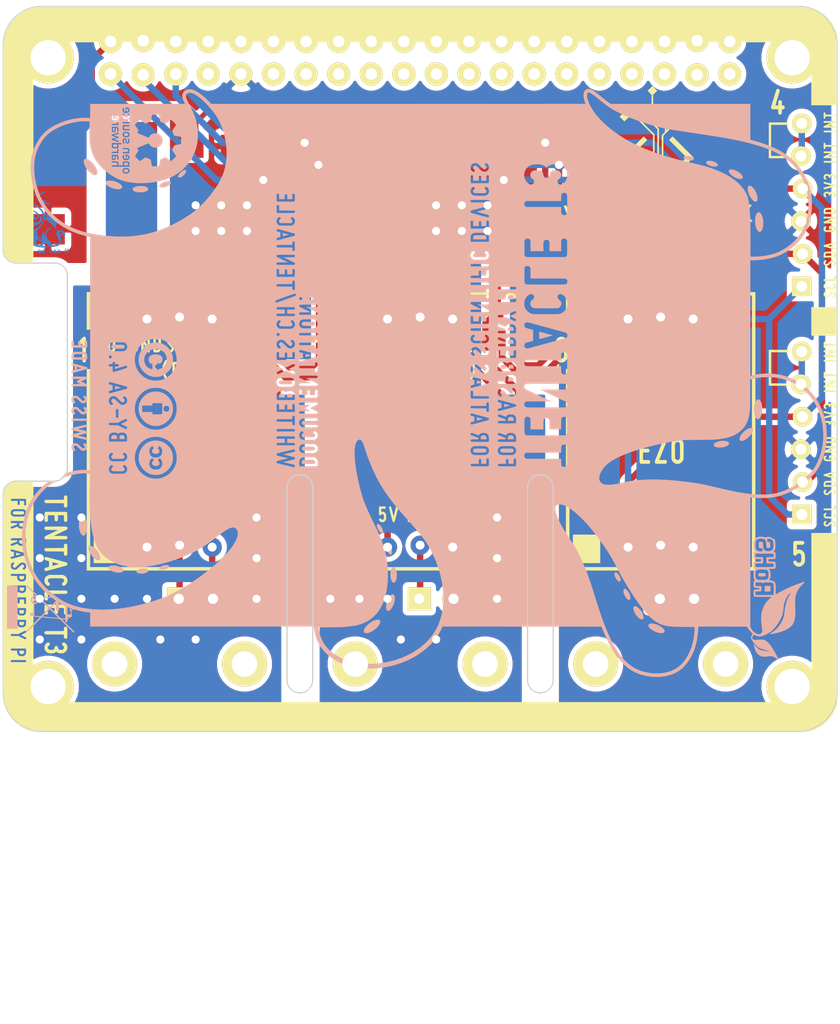
<source format=kicad_pcb>
(kicad_pcb (version 20160815) (host pcbnew no-vcs-found-7434~57~ubuntu14.04.1)
  (title_block (title "Tentacle for Raspberry Pi") (date 2017-04-19) (rev 1.0) (company "Whitebox Labs") (comment 1 "Pedro Martin") (comment 2 "Dual isolation, I2C Bus Desi"))
  (layers (0 F.Cu signal) (31 B.Cu signal) (34 B.Paste user hide) (35 F.Paste user hide) (36 B.SilkS user hide) (37 F.SilkS user hide) (38 B.Mask user hide) (39 F.Mask user hide) (44 Edge.Cuts user))
  (net 0 "")
  (net 1 +3.3V)
  (net 2 GND)
  (net 3 GND_ISO2)
  (net 4 VCC)
  (net 5 V_ISO2)
  (net 6 "Net-(C202-Pad2)")
  (net 7 "Net-(C302-Pad2)")
  (net 8 "Net-(P101-Pad5)")
  (net 9 "Net-(P201-Pad1)")
  (net 10 "Net-(P201-Pad2)")
  (net 11 "Net-(P301-Pad1)")
  (net 12 "Net-(P301-Pad2)")
  (net 13 "Net-(P401-Pad1)")
  (net 14 "Net-(P401-Pad2)")
  (net 15 "Net-(R201-Pad2)")
  (net 16 "Net-(R202-Pad2)")
  (net 17 "Net-(R301-Pad2)")
  (net 18 "Net-(R302-Pad2)")
  (net 19 GND_ISO3)
  (net 20 V_ISO3)
  (net 21 /SDA)
  (net 22 /SCL)
  (net 23 "Net-(P102-Pad5)")
  (module temp_terminal:WL-PINH_1X6_snk (layer F.Cu) (at 167.75 90.25 90)
    (fp_text reference P102 hide)
    (fp_text value CONN_01X06 hide)
    (pad 6 thru_hole circle (at 6.35 0 90) (size 1.524 1.524) (drill 0.85) (layers *.Cu *.Mask F.SilkS) (net 23 "Net-(P102-Pad5)"))
    (pad 5 thru_hole circle (at 3.81 -0.0635 90) (size 1.524 1.524) (drill 0.85) (layers *.Cu *.Mask F.SilkS) (net 23 "Net-(P102-Pad5)"))
    (pad 4 thru_hole circle (at 1.27 0.0635 90) (size 1.524 1.524) (drill 0.85) (layers *.Cu *.Mask F.SilkS) (net 1 +3.3V))
    (pad 3 thru_hole circle (at -1.27 -0.0635 90) (size 1.524 1.524) (drill 0.85) (layers *.Cu *.Mask F.SilkS) (net 2 GND))
    (pad 2 thru_hole circle (at -3.81 0.0635 90) (size 1.524 1.524) (drill 0.85) (layers *.Cu *.Mask F.SilkS) (net 21 /SDA))
    (pad 1 thru_hole rect (at -6.35 0 90) (size 1.524 1.524) (drill 0.85) (layers *.Cu *.Mask F.SilkS) (net 22 /SCL))
  )
  (module temp_terminal:WL-PINH_1X6_snk (layer F.Cu) (at 167.75 72.47 90)
    (fp_text reference P101 hide)
    (fp_text value CONN_01X06 hide)
    (pad 6 thru_hole circle (at 6.35 0 90) (size 1.524 1.524) (drill 0.85) (layers *.Cu *.Mask F.SilkS) (net 8 "Net-(P101-Pad5)"))
    (pad 5 thru_hole circle (at 3.81 -0.0635 90) (size 1.524 1.524) (drill 0.85) (layers *.Cu *.Mask F.SilkS) (net 8 "Net-(P101-Pad5)"))
    (pad 4 thru_hole circle (at 1.27 0.0635 90) (size 1.524 1.524) (drill 0.85) (layers *.Cu *.Mask F.SilkS) (net 1 +3.3V))
    (pad 3 thru_hole circle (at -1.27 -0.0635 90) (size 1.524 1.524) (drill 0.85) (layers *.Cu *.Mask F.SilkS) (net 2 GND))
    (pad 2 thru_hole circle (at -3.81 0.0635 90) (size 1.524 1.524) (drill 0.85) (layers *.Cu *.Mask F.SilkS) (net 21 /SDA))
    (pad 1 thru_hole rect (at -6.35 0 90) (size 1.524 1.524) (drill 0.85) (layers *.Cu *.Mask F.SilkS) (net 22 /SCL))
  )
  (module temp_terminal:WL-TOP-T3 (layer F.Cu) (at 138 85.25)
    (fp_text reference TOP hide)
    (fp_text value LOGO hide)
  )
  (module temp_terminal:WL-BOT-T3 (layer B.Cu) (at 138 85.25 90)
    (fp_text reference BOT hide)
    (fp_text value LOGO hide)
  )
  (module temp_terminal:WL-PI_Board_no_outline (layer F.Cu) (at 138 61)
    (fp_text reference PI_Board hide)
    (fp_text value VAL** hide)
    (pad "" thru_hole circle (at 29 0) (size 4 4) (drill 2.75) (layers *.Cu *.Mask F.SilkS))
    (pad "" thru_hole circle (at -29 0) (size 4 4) (drill 2.75) (layers *.Cu *.Mask F.SilkS))
    (pad "" thru_hole circle (at -29 49) (size 4 4) (drill 2.75) (layers *.Cu *.Mask F.SilkS))
    (pad "" thru_hole circle (at 29 49) (size 4 4) (drill 2.75) (layers *.Cu *.Mask F.SilkS))
  )
  (module temp_terminal:WL-CASE-X-2917 (layer F.Cu) (at 109 71.25 270)
    (fp_text reference C101)
    (fp_text value 470µF)
    (pad 1 smd rect (at -3.12 0 270) (size 2.37 2.6) (layers F.Cu F.Paste F.Mask) (net 4 VCC))
    (pad 2 smd rect (at 3.12 0 270) (size 2.37 2.6) (layers F.Cu F.Paste F.Mask) (net 2 GND))
  )
  (module temp_terminal:WL-SOT89 (layer F.Cu) (at 114.5 88.5)
    (fp_text reference REG201)
    (fp_text value LD2981ABU50TR)
    (pad 1 smd rect (at -1.5 1.475) (size 0.57 1.4) (layers F.Cu F.Paste F.Mask) (net 5 V_ISO2))
    (pad 2 smd rect (at 0 1.225) (size 0.65 1.9) (layers F.Cu F.Paste F.Mask) (net 3 GND_ISO2))
    (pad 3 smd rect (at 1.5 1.475) (size 0.57 1.4) (layers F.Cu F.Paste F.Mask) (net 6 "Net-(C202-Pad2)"))
    (pad 2 smd rect (at 0 -0.95) (size 2 2.45) (layers F.Cu F.Paste F.Mask) (net 3 GND_ISO2))
  )
  (module temp_terminal:WL-SOT89 (layer F.Cu) (at 133.25 88.5)
    (fp_text reference REG301)
    (fp_text value LD2981ABU50TR)
    (pad 1 smd rect (at -1.5 1.475) (size 0.57 1.4) (layers F.Cu F.Paste F.Mask) (net 20 V_ISO3))
    (pad 2 smd rect (at 0 1.225) (size 0.65 1.9) (layers F.Cu F.Paste F.Mask) (net 19 GND_ISO3))
    (pad 3 smd rect (at 1.5 1.475) (size 0.57 1.4) (layers F.Cu F.Paste F.Mask) (net 7 "Net-(C302-Pad2)"))
    (pad 2 smd rect (at 0 -0.95) (size 2 2.45) (layers F.Cu F.Paste F.Mask) (net 19 GND_ISO3))
  )
  (module temp_terminal:WL-SM0805C (layer F.Cu) (at 136.75 92.25 90)
    (fp_text reference C302)
    (fp_text value 1µF)
    (pad 1 smd rect (at -0.9525 0 90) (size 0.889 1.397) (layers F.Cu F.Paste F.Mask) (net 19 GND_ISO3))
    (pad 2 smd rect (at 0.9525 0 90) (size 0.889 1.397) (layers F.Cu F.Paste F.Mask) (net 7 "Net-(C302-Pad2)"))
  )
  (module temp_terminal:WL-SM0805C (layer F.Cu) (at 114.25 94.75 180)
    (fp_text reference C201)
    (fp_text value 1µF)
    (pad 1 smd rect (at -0.9525 0 180) (size 0.889 1.397) (layers F.Cu F.Paste F.Mask) (net 3 GND_ISO2))
    (pad 2 smd rect (at 0.9525 0 180) (size 0.889 1.397) (layers F.Cu F.Paste F.Mask) (net 5 V_ISO2))
  )
  (module temp_terminal:WL-SM0805C (layer F.Cu) (at 118 92.25 90)
    (fp_text reference C202)
    (fp_text value 1µF)
    (pad 1 smd rect (at -0.9525 0 90) (size 0.889 1.397) (layers F.Cu F.Paste F.Mask) (net 3 GND_ISO2))
    (pad 2 smd rect (at 0.9525 0 90) (size 0.889 1.397) (layers F.Cu F.Paste F.Mask) (net 6 "Net-(C202-Pad2)"))
  )
  (module temp_terminal:WL-SM0805C (layer F.Cu) (at 114.25 92.75 180)
    (fp_text reference C203)
    (fp_text value 2.2µF)
    (pad 1 smd rect (at -0.9525 0 180) (size 0.889 1.397) (layers F.Cu F.Paste F.Mask) (net 3 GND_ISO2))
    (pad 2 smd rect (at 0.9525 0 180) (size 0.889 1.397) (layers F.Cu F.Paste F.Mask) (net 5 V_ISO2))
  )
  (module temp_terminal:WL-SM0805C (layer F.Cu) (at 125.25 94 180)
    (fp_text reference C204)
    (fp_text value "0.1 µF")
    (pad 1 smd rect (at -0.9525 0 180) (size 0.889 1.397) (layers F.Cu F.Paste F.Mask) (net 3 GND_ISO2))
    (pad 2 smd rect (at 0.9525 0 180) (size 0.889 1.397) (layers F.Cu F.Paste F.Mask) (net 5 V_ISO2))
  )
  (module temp_terminal:WL-SM0805C (layer F.Cu) (at 126.25 80.75)
    (fp_text reference C205)
    (fp_text value "0.1 µF")
    (pad 1 smd rect (at -0.9525 0) (size 0.889 1.397) (layers F.Cu F.Paste F.Mask) (net 1 +3.3V))
    (pad 2 smd rect (at 0.9525 0) (size 0.889 1.397) (layers F.Cu F.Paste F.Mask) (net 2 GND))
  )
  (module temp_terminal:WL-SM0805C (layer F.Cu) (at 133 94.75 180)
    (fp_text reference C301)
    (fp_text value 1µF)
    (pad 1 smd rect (at -0.9525 0 180) (size 0.889 1.397) (layers F.Cu F.Paste F.Mask) (net 19 GND_ISO3))
    (pad 2 smd rect (at 0.9525 0 180) (size 0.889 1.397) (layers F.Cu F.Paste F.Mask) (net 20 V_ISO3))
  )
  (module temp_terminal:WL-SM0805C (layer F.Cu) (at 133 92.75 180)
    (fp_text reference C303)
    (fp_text value 2.2µF)
    (pad 1 smd rect (at -0.9525 0 180) (size 0.889 1.397) (layers F.Cu F.Paste F.Mask) (net 19 GND_ISO3))
    (pad 2 smd rect (at 0.9525 0 180) (size 0.889 1.397) (layers F.Cu F.Paste F.Mask) (net 20 V_ISO3))
  )
  (module temp_terminal:WL-SM0805C (layer F.Cu) (at 144 94 180)
    (fp_text reference C304)
    (fp_text value "0.1 µF")
    (pad 1 smd rect (at -0.9525 0 180) (size 0.889 1.397) (layers F.Cu F.Paste F.Mask) (net 19 GND_ISO3))
    (pad 2 smd rect (at 0.9525 0 180) (size 0.889 1.397) (layers F.Cu F.Paste F.Mask) (net 20 V_ISO3))
  )
  (module temp_terminal:WL-SM0805C (layer F.Cu) (at 145 80.75)
    (fp_text reference C305)
    (fp_text value "0.1 µF")
    (pad 1 smd rect (at -0.9525 0) (size 0.889 1.397) (layers F.Cu F.Paste F.Mask) (net 1 +3.3V))
    (pad 2 smd rect (at 0.9525 0) (size 0.889 1.397) (layers F.Cu F.Paste F.Mask) (net 2 GND))
  )
  (module temp_terminal:WL-SM0805R (layer F.Cu) (at 156.75 77.75 90)
    (fp_text reference R101)
    (fp_text value 4.7K)
    (pad 1 smd rect (at -0.9525 0 90) (size 0.889 1.397) (layers F.Cu F.Paste F.Mask) (net 21 /SDA))
    (pad 2 smd rect (at 0.9525 0 90) (size 0.889 1.397) (layers F.Cu F.Paste F.Mask) (net 1 +3.3V))
  )
  (module temp_terminal:WL-SM0805R (layer F.Cu) (at 159.25 77.75 90)
    (fp_text reference R102)
    (fp_text value 4.7K)
    (pad 1 smd rect (at -0.9525 0 90) (size 0.889 1.397) (layers F.Cu F.Paste F.Mask) (net 22 /SCL))
    (pad 2 smd rect (at 0.9525 0 90) (size 0.889 1.397) (layers F.Cu F.Paste F.Mask) (net 1 +3.3V))
  )
  (module temp_terminal:WL-SM0805R (layer F.Cu) (at 126.5 91.25 90)
    (fp_text reference R201)
    (fp_text value 4.7K)
    (pad 1 smd rect (at -0.9525 0 90) (size 0.889 1.397) (layers F.Cu F.Paste F.Mask) (net 5 V_ISO2))
    (pad 2 smd rect (at 0.9525 0 90) (size 0.889 1.397) (layers F.Cu F.Paste F.Mask) (net 15 "Net-(R201-Pad2)"))
  )
  (module temp_terminal:WL-SM0805R (layer F.Cu) (at 124 91.25 90)
    (fp_text reference R202)
    (fp_text value 4.7K)
    (pad 1 smd rect (at -0.9525 0 90) (size 0.889 1.397) (layers F.Cu F.Paste F.Mask) (net 5 V_ISO2))
    (pad 2 smd rect (at 0.9525 0 90) (size 0.889 1.397) (layers F.Cu F.Paste F.Mask) (net 16 "Net-(R202-Pad2)"))
  )
  (module temp_terminal:WL-SM0805R (layer F.Cu) (at 145.25 91.25 90)
    (fp_text reference R301)
    (fp_text value 4.7K)
    (pad 1 smd rect (at -0.9525 0 90) (size 0.889 1.397) (layers F.Cu F.Paste F.Mask) (net 20 V_ISO3))
    (pad 2 smd rect (at 0.9525 0 90) (size 0.889 1.397) (layers F.Cu F.Paste F.Mask) (net 17 "Net-(R301-Pad2)"))
  )
  (module temp_terminal:WL-SM0805R (layer F.Cu) (at 142.75 91.25 90)
    (fp_text reference R302)
    (fp_text value 4.7K)
    (pad 1 smd rect (at -0.9525 0 90) (size 0.889 1.397) (layers F.Cu F.Paste F.Mask) (net 20 V_ISO3))
    (pad 2 smd rect (at 0.9525 0 90) (size 0.889 1.397) (layers F.Cu F.Paste F.Mask) (net 18 "Net-(R302-Pad2)"))
  )
  (module temp_terminal:WL-SOIC8N (layer F.Cu) (at 126.25 85.75 90)
    (fp_text reference SIG_ISO201)
    (fp_text value SI8600)
    (pad 1 smd rect (at -2.7 -1.905 90) (size 1.55 0.6) (layers F.Cu F.Paste F.Mask) (net 5 V_ISO2))
    (pad 2 smd rect (at -2.7 -0.635 90) (size 1.55 0.6) (layers F.Cu F.Paste F.Mask) (net 16 "Net-(R202-Pad2)"))
    (pad 3 smd rect (at -2.7 0.635 90) (size 1.55 0.6) (layers F.Cu F.Paste F.Mask) (net 15 "Net-(R201-Pad2)"))
    (pad 4 smd rect (at -2.7 1.905 90) (size 1.55 0.6) (layers F.Cu F.Paste F.Mask) (net 3 GND_ISO2))
    (pad 5 smd rect (at 2.7 1.905 90) (size 1.55 0.6) (layers F.Cu F.Paste F.Mask) (net 2 GND))
    (pad 6 smd rect (at 2.7 0.635 90) (size 1.55 0.6) (layers F.Cu F.Paste F.Mask) (net 22 /SCL))
    (pad 7 smd rect (at 2.7 -0.635 90) (size 1.55 0.6) (layers F.Cu F.Paste F.Mask) (net 21 /SDA))
    (pad 8 smd rect (at 2.7 -1.905 90) (size 1.55 0.6) (layers F.Cu F.Paste F.Mask) (net 1 +3.3V))
  )
  (module temp_terminal:WL-SOIC8N (layer F.Cu) (at 145 85.75 90)
    (fp_text reference SIG_ISO301)
    (fp_text value SI8600)
    (pad 1 smd rect (at -2.7 -1.905 90) (size 1.55 0.6) (layers F.Cu F.Paste F.Mask) (net 20 V_ISO3))
    (pad 2 smd rect (at -2.7 -0.635 90) (size 1.55 0.6) (layers F.Cu F.Paste F.Mask) (net 18 "Net-(R302-Pad2)"))
    (pad 3 smd rect (at -2.7 0.635 90) (size 1.55 0.6) (layers F.Cu F.Paste F.Mask) (net 17 "Net-(R301-Pad2)"))
    (pad 4 smd rect (at -2.7 1.905 90) (size 1.55 0.6) (layers F.Cu F.Paste F.Mask) (net 19 GND_ISO3))
    (pad 5 smd rect (at 2.7 1.905 90) (size 1.55 0.6) (layers F.Cu F.Paste F.Mask) (net 2 GND))
    (pad 6 smd rect (at 2.7 0.635 90) (size 1.55 0.6) (layers F.Cu F.Paste F.Mask) (net 22 /SCL))
    (pad 7 smd rect (at 2.7 -0.635 90) (size 1.55 0.6) (layers F.Cu F.Paste F.Mask) (net 21 /SDA))
    (pad 8 smd rect (at 2.7 -1.905 90) (size 1.55 0.6) (layers F.Cu F.Paste F.Mask) (net 1 +3.3V))
  )
  (module temp_terminal:WL-spacedoggy (layer F.Cu) (at 108.155 73.7)
    (fp_text reference "" hide)
    (fp_text value "" hide)
    (fp_poly (pts (xy -1.71196 -0.50038) (xy -1.69672 -0.20066) (xy -1.62306 0.00762) (xy -1.62306 -0.30226) (xy -1.61544 -0.57404) (xy -1.52908 -0.8128) (xy -1.4605 -0.9017) (xy -1.26746 -1.04902) (xy -1.00584 -1.1557) (xy -0.7112 -1.21412) (xy -0.4191 -1.22174) (xy -0.17018 -1.16586) (xy -0.12192 -1.143) (xy 0.10414 -0.9779) (xy 0.29718 -0.7493) (xy 0.43688 -0.48768) (xy 0.50038 -0.23368) (xy 0.50038 -0.19558) (xy 0.45212 0.03556) (xy 0.32004 0.26924) (xy 0.127 0.47752) (xy 0.01524 0.5588) (xy -0.2921 0.69088) (xy -0.61214 0.71628) (xy -0.94234 0.63246) (xy -0.97536 0.61722) (xy -1.22428 0.45466) (xy -1.41986 0.23114) (xy -1.55448 -0.02794) (xy -1.62306 -0.30226) (xy -1.62306 0.00762) (xy -1.59004 0.10414) (xy -1.38938 0.40386) (xy -1.37668 0.41402) (xy -1.2192 0.5715) (xy -1.04902 0.68072) (xy -0.82804 0.75946) (xy -0.65786 0.8001) (xy -0.52578 0.8763) (xy -0.46736 1.03124) (xy -0.49022 1.25222) (xy -0.53086 1.38938) (xy -0.58928 1.6002) (xy -0.59436 1.77292) (xy -0.58928 1.79578) (xy -0.54356 1.90246) (xy -0.53086 1.90754) (xy -0.53086 1.67894) (xy -0.51562 1.59004) (xy -0.47244 1.49606) (xy -0.42672 1.39954) (xy -0.40894 1.38938) (xy -0.41402 1.40716) (xy -0.41402 1.50368) (xy -0.37592 1.60274) (xy -0.32512 1.67132) (xy -0.27432 1.67894) (xy -0.25908 1.65608) (xy -0.23622 1.62814) (xy -0.22606 1.67894) (xy -0.26416 1.75768) (xy -0.36576 1.77546) (xy -0.48768 1.72974) (xy -0.53086 1.67894) (xy -0.53086 1.90754) (xy -0.44958 1.94056) (xy -0.37084 1.94564) (xy -0.33274 1.94818) (xy -0.33274 1.86182) (xy -0.3048 1.83388) (xy -0.27686 1.86182) (xy -0.3048 1.88722) (xy -0.33274 1.86182) (xy -0.33274 1.94818) (xy -0.2286 1.95834) (xy -0.13716 1.9939) (xy -0.13462 1.9939) (xy -0.07874 2.0193) (xy -0.07874 1.76276) (xy -0.06604 1.59004) (xy -0.03302 1.50114) (xy 0.03556 1.46558) (xy 0.12446 1.45542) (xy 0.26162 1.4351) (xy 0.32512 1.41224) (xy 0.29718 1.39446) (xy 0.20828 1.38938) (xy 0.0889 1.37414) (xy 0.03556 1.3462) (xy 0.06604 1.31826) (xy 0.17526 1.30556) (xy 0.19304 1.30556) (xy 0.32766 1.33096) (xy 0.36576 1.39192) (xy 0.31496 1.45542) (xy 0.1905 1.50114) (xy 0.08636 1.53416) (xy 0.09398 1.57226) (xy 0.09906 1.57226) (xy 0.20574 1.59512) (xy 0.2794 1.58242) (xy 0.35814 1.5621) (xy 0.38354 1.58496) (xy 0.36068 1.6764) (xy 0.33274 1.76276) (xy 0.2794 1.87452) (xy 0.2032 1.90754) (xy 0.09398 1.8923) (xy -0.04318 1.83642) (xy -0.07874 1.76276) (xy -0.07874 2.0193) (xy -0.0508 2.02946) (xy 0.10668 2.05994) (xy 0.30226 2.0828) (xy 0.50038 2.09296) (xy 0.67056 2.09042) (xy 0.78232 2.07518) (xy 0.80264 2.06248) (xy 0.78486 2.01676) (xy 0.6604 1.99898) (xy 0.6477 1.99898) (xy 0.49022 1.9812) (xy 0.4191 1.93548) (xy 0.4445 1.87198) (xy 0.4953 1.83642) (xy 0.6604 1.78054) (xy 0.78232 1.82626) (xy 0.84582 1.92278) (xy 0.89408 2.00406) (xy 0.9525 2.0447) (xy 1.00076 2.04724) (xy 1.00076 1.9177) (xy 1.0287 1.88722) (xy 1.05664 1.9177) (xy 1.0287 1.94564) (xy 1.00076 1.9177) (xy 1.00076 2.04724) (xy 1.06172 2.04978) (xy 1.22428 2.03708) (xy 1.47066 2.00406) (xy 1.6256 1.96596) (xy 1.70434 1.91262) (xy 1.72212 1.84658) (xy 1.7653 1.74498) (xy 1.81356 1.69672) (xy 1.85928 1.61544) (xy 1.87452 1.50114) (xy 1.8542 1.38938) (xy 1.81102 1.31572) (xy 1.76022 1.31318) (xy 1.74752 1.3081) (xy 1.8034 1.24714) (xy 1.80594 1.2446) (xy 1.92278 1.13284) (xy 1.9939 1.0541) (xy 2.04978 1.00076) (xy 2.04724 1.03886) (xy 2.03962 1.06426) (xy 2.04216 1.13792) (xy 2.11582 1.15062) (xy 2.19456 1.1176) (xy 2.18948 1.03886) (xy 2.11074 0.88138) (xy 1.99644 0.77216) (xy 1.87706 0.72136) (xy 1.77546 0.7493) (xy 1.74752 0.78232) (xy 1.68402 0.79756) (xy 1.60782 0.74422) (xy 1.52654 0.6858) (xy 1.50622 0.70612) (xy 1.54432 0.81534) (xy 1.58496 0.90424) (xy 1.63576 1.016) (xy 1.6383 1.03632) (xy 1.59004 0.97282) (xy 1.57734 0.95758) (xy 1.48336 0.85344) (xy 1.43256 0.84328) (xy 1.44272 0.92456) (xy 1.48082 1.01346) (xy 1.55956 1.18872) (xy 1.6129 1.3589) (xy 1.6129 1.36144) (xy 1.65608 1.4732) (xy 1.71196 1.51384) (xy 1.7145 1.51384) (xy 1.73228 1.51892) (xy 1.73228 1.07188) (xy 1.73228 0.98552) (xy 1.78562 0.87884) (xy 1.84912 0.84328) (xy 1.92786 0.8636) (xy 1.94056 0.9398) (xy 1.88214 1.03886) (xy 1.8796 1.04394) (xy 1.78308 1.10744) (xy 1.73228 1.07188) (xy 1.73228 1.51892) (xy 1.77292 1.52908) (xy 1.7526 1.6129) (xy 1.66878 1.73482) (xy 1.5367 1.84404) (xy 1.3716 1.90754) (xy 1.20904 1.91262) (xy 1.0922 1.85928) (xy 1.0795 1.84404) (xy 1.03886 1.75514) (xy 1.07188 1.71196) (xy 1.0795 1.66624) (xy 0.9906 1.60782) (xy 0.87122 1.51384) (xy 0.76962 1.36906) (xy 0.75692 1.34112) (xy 0.69596 1.1049) (xy 0.7366 0.90424) (xy 0.87376 0.7493) (xy 0.93726 0.71374) (xy 1.04648 0.63754) (xy 1.05918 0.58674) (xy 0.98552 0.57912) (xy 0.87122 0.61722) (xy 0.76454 0.6985) (xy 0.66548 0.82296) (xy 0.59944 0.9525) (xy 0.58674 1.0541) (xy 0.59182 1.0668) (xy 0.57658 1.10744) (xy 0.5588 1.11252) (xy 0.51816 1.06172) (xy 0.50292 0.94488) (xy 0.50038 0.94234) (xy 0.48514 0.83058) (xy 0.44704 0.80518) (xy 0.4445 0.80518) (xy 0.4064 0.87884) (xy 0.39116 1.01346) (xy 0.39116 1.02616) (xy 0.35306 1.1811) (xy 0.26416 1.26238) (xy 0.1524 1.26746) (xy 0.0508 1.19888) (xy -0.0127 1.04902) (xy -0.01524 1.03886) (xy -0.0127 0.8382) (xy 0.0762 0.66548) (xy 0.22098 0.5207) (xy 0.33782 0.39116) (xy 0.44704 0.21336) (xy 0.47244 0.15748) (xy 0.53848 0.01016) (xy 0.5715 -0.06096) (xy 0.5715 -0.41148) (xy 0.62992 -0.42926) (xy 0.68326 -0.41402) (xy 0.74422 -0.34544) (xy 0.74168 -0.30226) (xy 0.68072 -0.2286) (xy 0.61722 -0.25908) (xy 0.58928 -0.31242) (xy 0.5715 -0.41148) (xy 0.5715 -0.06096) (xy 0.5842 -0.08636) (xy 0.59436 -0.10414) (xy 0.65024 -0.09652) (xy 0.76454 -0.02286) (xy 0.889 0.07874) (xy 0.889 -0.36068) (xy 0.91694 -0.38862) (xy 0.94488 -0.36068) (xy 0.91694 -0.33274) (xy 0.889 -0.36068) (xy 0.889 0.07874) (xy 0.91694 0.10414) (xy 1.08712 0.26416) (xy 1.16078 0.33782) (xy 1.32842 0.50292) (xy 1.43764 0.59182) (xy 1.48336 0.60198) (xy 1.4605 0.53086) (xy 1.45288 0.51308) (xy 1.43764 0.38608) (xy 1.47828 0.30734) (xy 1.53924 0.20828) (xy 1.55702 0.15748) (xy 1.51892 0.07366) (xy 1.4224 -0.04064) (xy 1.30302 -0.15494) (xy 1.19126 -0.23876) (xy 1.12014 -0.26416) (xy 1.04394 -0.2921) (xy 1.03124 -0.33274) (xy 0.9779 -0.40386) (xy 0.83566 -0.47244) (xy 0.76454 -0.49784) (xy 0.61214 -0.55372) (xy 0.51562 -0.61214) (xy 0.50038 -0.63754) (xy 0.4572 -0.74168) (xy 0.35052 -0.88138) (xy 0.20066 -1.03378) (xy 0.03302 -1.17094) (xy -0.12446 -1.27254) (xy -0.1524 -1.28524) (xy -0.30226 -1.35382) (xy -0.3683 -1.41224) (xy -0.37846 -1.4986) (xy -0.36322 -1.58496) (xy -0.34798 -1.71704) (xy -0.37592 -1.77292) (xy -0.41402 -1.778) (xy -0.46736 -1.75768) (xy -0.48006 -1.67386) (xy -0.46482 -1.55702) (xy -0.42926 -1.3335) (xy -0.67564 -1.3335) (xy -0.93472 -1.2954) (xy -1.2065 -1.19126) (xy -1.46558 -1.01092) (xy -1.63322 -0.77216) (xy -1.71196 -0.50038) (xy -1.71196 -0.50038)) (layer B.Cu) (width 0.00254))
    (fp_poly (pts (xy 1.3335 0.68834) (xy 1.37414 0.73914) (xy 1.38938 0.7493) (xy 1.44272 0.76454) (xy 1.44526 0.75692) (xy 1.40716 0.70612) (xy 1.38938 0.69596) (xy 1.33858 0.68072) (xy 1.3335 0.68834) (xy 1.3335 0.68834)) (layer B.Cu) (width 0.00254))
    (fp_poly (pts (xy 1.05664 -0.3048) (xy 1.08458 -0.2794) (xy 1.11252 -0.3048) (xy 1.08458 -0.33274) (xy 1.05664 -0.3048) (xy 1.05664 -0.3048)) (layer B.Cu) (width 0.00254))
    (fp_poly (pts (xy -0.03048 -1.62052) (xy 0.04318 -1.57988) (xy 0.18542 -1.55702) (xy 0.23876 -1.55448) (xy 0.37846 -1.54686) (xy 0.41402 -1.524) (xy 0.39116 -1.50114) (xy 0.34036 -1.4605) (xy 0.34544 -1.42748) (xy 0.42164 -1.39192) (xy 0.5842 -1.34112) (xy 0.67564 -1.31318) (xy 0.89154 -1.25222) (xy 1.01092 -1.22936) (xy 1.04394 -1.24206) (xy 1.0033 -1.28778) (xy 0.9779 -1.3081) (xy 0.8509 -1.37414) (xy 0.76708 -1.38938) (xy 0.68326 -1.42494) (xy 0.66548 -1.46558) (xy 0.6477 -1.52908) (xy 0.5715 -1.57734) (xy 0.42418 -1.6129) (xy 0.2159 -1.64592) (xy 0.04572 -1.66116) (xy -0.03048 -1.651) (xy -0.03048 -1.62052) (xy -0.03048 -1.62052)) (layer B.Cu) (width 0.00254))
    (fp_poly (pts (xy -1.77546 -1.83388) (xy -1.7272 -1.79578) (xy -1.6129 -1.778) (xy -1.6129 -1.778) (xy -1.49606 -1.76276) (xy -1.4732 -1.7145) (xy -1.47828 -1.69418) (xy -1.47828 -1.64846) (xy -1.41732 -1.62052) (xy -1.27254 -1.6129) (xy -1.17602 -1.6129) (xy -0.9906 -1.62052) (xy -0.85598 -1.64084) (xy -0.80518 -1.66624) (xy -0.83058 -1.70434) (xy -0.94742 -1.72212) (xy -0.9906 -1.72212) (xy -1.16586 -1.74498) (xy -1.24206 -1.80594) (xy -1.30556 -1.85166) (xy -1.43002 -1.88214) (xy -1.57734 -1.8923) (xy -1.70434 -1.88214) (xy -1.77292 -1.84658) (xy -1.77546 -1.83388) (xy -1.77546 -1.83388)) (layer B.Cu) (width 0.00254))
    (fp_poly (pts (xy -0.27686 -1.96596) (xy -0.25908 -1.92024) (xy -0.19558 -1.94056) (xy -0.14224 -1.97612) (xy -0.04572 -2.02946) (xy -0.00254 -2.01676) (xy 0.01016 -1.9812) (xy 0.04064 -1.94564) (xy 0.11938 -1.95834) (xy 0.26162 -2.0193) (xy 0.36068 -2.0701) (xy 0.51816 -2.15646) (xy 0.61468 -2.22504) (xy 0.63246 -2.2606) (xy 0.62992 -2.2606) (xy 0.53848 -2.25298) (xy 0.4064 -2.20218) (xy 0.39624 -2.1971) (xy 0.25654 -2.14884) (xy 0.14732 -2.14376) (xy 0.14224 -2.1463) (xy 0.02794 -2.14884) (xy -0.10922 -2.11074) (xy -0.22606 -2.04216) (xy -0.27686 -1.96596) (xy -0.27686 -1.96596) (xy -0.27686 -1.96596)) (layer B.Cu) (width 0.00254))
    (fp_poly (pts (xy -1.23444 -2.32664) (xy -1.21412 -2.26568) (xy -1.15316 -2.19456) (xy -1.03886 -2.10058) (xy -0.89916 -2.01676) (xy -0.75946 -1.95072) (xy -0.65532 -1.92024) (xy -0.6096 -1.93802) (xy -0.6096 -1.94056) (xy -0.65786 -1.99898) (xy -0.71374 -2.02692) (xy -0.8255 -2.08788) (xy -0.95758 -2.18694) (xy -0.96774 -2.1971) (xy -1.0922 -2.29108) (xy -1.18618 -2.33426) (xy -1.23444 -2.32664) (xy -1.23444 -2.32664)) (layer B.Cu) (width 0.00254))
    (fp_poly (pts (xy -1.35382 -0.5842) (xy -1.33096 -0.4191) (xy -1.31572 -0.381) (xy -1.2446 -0.23622) (xy -1.15316 -0.13462) (xy -1.03378 -0.07112) (xy -1.03378 -0.12954) (xy -1.01092 -0.14986) (xy -0.92456 -0.15748) (xy -0.90424 -0.14478) (xy -0.91948 -0.11938) (xy -0.9779 -0.1143) (xy -1.03378 -0.12954) (xy -1.03378 -0.07112) (xy -1.016 -0.06096) (xy -0.80264 0.0127) (xy -0.76454 0.02286) (xy -0.57404 0.08128) (xy -0.47752 0.12954) (xy -0.45212 0.18542) (xy -0.48768 0.26162) (xy -0.49784 0.27432) (xy -0.51562 0.39624) (xy -0.49276 0.45466) (xy -0.47244 0.53086) (xy -0.53594 0.55626) (xy -0.56642 0.55626) (xy -0.7112 0.52832) (xy -0.84582 0.47498) (xy -0.9525 0.42672) (xy -0.99568 0.43942) (xy -1.00076 0.4699) (xy -0.94996 0.54102) (xy -0.8255 0.60198) (xy -0.6604 0.6477) (xy -0.4953 0.66802) (xy -0.36068 0.65532) (xy -0.31242 0.62992) (xy -0.28194 0.5461) (xy -0.27686 0.49276) (xy -0.23114 0.40894) (xy -0.08636 0.3429) (xy -0.05842 0.33274) (xy 0.12446 0.254) (xy 0.27178 0.12954) (xy 0.36068 -0.01016) (xy 0.37084 -0.12446) (xy 0.37084 -0.20574) (xy 0.39624 -0.22098) (xy 0.4445 -0.26416) (xy 0.4445 -0.28448) (xy 0.40386 -0.32258) (xy 0.3683 -0.3175) (xy 0.26416 -0.32258) (xy 0.23114 -0.34544) (xy 0.19558 -0.35814) (xy 0.19304 -0.27432) (xy 0.20066 -0.2159) (xy 0.20574 -0.06096) (xy 0.14478 0.04826) (xy 0.10922 0.08382) (xy 0.0127 0.1524) (xy -0.03556 0.13208) (xy -0.04064 0.12446) (xy -0.09144 0.05842) (xy -0.13462 0.07874) (xy -0.13208 0.1524) (xy -0.11938 0.21082) (xy -0.1524 0.1778) (xy -0.2794 0.06858) (xy -0.46228 -0.01778) (xy -0.65278 -0.05588) (xy -0.67056 -0.05588) (xy -0.7874 -0.07366) (xy -0.83312 -0.11176) (xy -0.78994 -0.1651) (xy -0.77724 -0.16764) (xy -0.7239 -0.21082) (xy -0.72136 -0.22606) (xy -0.76454 -0.25908) (xy -0.82804 -0.25146) (xy -1.01092 -0.23876) (xy -1.17602 -0.30988) (xy -1.27 -0.42418) (xy -1.32334 -0.55626) (xy -1.3208 -0.59944) (xy -1.2573 -0.56388) (xy -1.25222 -0.5588) (xy -1.17094 -0.52578) (xy -1.14046 -0.54864) (xy -1.07442 -0.59436) (xy -0.93472 -0.65786) (xy -0.8255 -0.69596) (xy -0.53086 -0.75692) (xy -0.29464 -0.7239) (xy -0.11684 -0.5969) (xy -0.0381 -0.47244) (xy 0.03556 -0.29972) (xy 0.0508 -0.20574) (xy 0.00762 -0.16764) (xy -0.02032 -0.16764) (xy -0.13208 -0.2159) (xy -0.2159 -0.34544) (xy -0.23622 -0.43434) (xy -0.26924 -0.56134) (xy -0.30226 -0.5842) (xy -0.32766 -0.50292) (xy -0.33274 -0.39878) (xy -0.31242 -0.22098) (xy -0.24892 -0.12954) (xy -0.23622 -0.11938) (xy -0.08636 -0.09398) (xy 0.04572 -0.16256) (xy 0.12446 -0.29972) (xy 0.12954 -0.31496) (xy 0.11176 -0.48768) (xy 0.00762 -0.63754) (xy -0.16764 -0.74676) (xy -0.38608 -0.81026) (xy -0.63246 -0.8128) (xy -0.75438 -0.7874) (xy -0.93726 -0.74676) (xy -1.0922 -0.7239) (xy -1.13284 -0.72136) (xy -1.28778 -0.6858) (xy -1.35382 -0.5842) (xy -1.35382 -0.5842)) (layer B.Cu) (width 0.00254))
    (fp_poly (pts (xy -1.09728 0.4191) (xy -1.0922 0.42418) (xy -1.05918 0.4191) (xy -1.0541 0.38862) (xy -1.07442 0.3429) (xy -1.0922 0.35052) (xy -1.09728 0.4191) (xy -1.09728 0.4191)) (layer B.Cu) (width 0.00254))
    (fp_poly (pts (xy -1.3335 0.18796) (xy -1.29286 0.23876) (xy -1.27762 0.24892) (xy -1.22428 0.26416) (xy -1.22174 0.25654) (xy -1.25984 0.20574) (xy -1.27762 0.19558) (xy -1.32842 0.18034) (xy -1.3335 0.18796) (xy -1.3335 0.18796)) (layer B.Cu) (width 0.00254))
    (fp_poly (pts (xy 0 0.08382) (xy 0.02794 0.11176) (xy 0.05588 0.08382) (xy 0.02794 0.05588) (xy 0 0.08382) (xy 0 0.08382)) (layer B.Cu) (width 0.00254))
    (fp_poly (pts (xy -0.65278 -0.58166) (xy -0.6477 -0.57404) (xy -0.61468 -0.58166) (xy -0.6096 -0.61214) (xy -0.62992 -0.65786) (xy -0.6477 -0.6477) (xy -0.65278 -0.58166) (xy -0.65278 -0.58166)) (layer B.Cu) (width 0.00254))
  )
  (module temp_terminal:WL-fiducial_1mm (layer F.Cu) (at 111.5 58.75)
    (fp_text reference fiducial hide)
    (fp_text value VAL** hide)
    (pad 1 smd circle (at 0 0) (size 1 1) (layers F.Cu F.Mask) (clearance 0.5))
  )
  (module temp_terminal:WL-fiducial_1mm (layer F.Cu) (at 166.942 105.2065)
    (fp_text reference fiducial hide)
    (fp_text value VAL** hide)
    (pad 1 smd circle (at 0 0) (size 1 1) (layers F.Cu F.Mask) (clearance 0.5))
  )
  (module temp_terminal:WL-R1SE-0505 (layer F.Cu) (at 138 73 180)
    (fp_text reference DCDC301)
    (fp_text value R1SE_0505)
    (pad 1 smd rect (at -3.81 5.1 180) (size 1.2 1.8) (layers F.Cu F.Paste F.Mask) (net 2 GND))
    (pad 2 smd rect (at -1.27 5.1 180) (size 1.2 1.8) (layers F.Cu F.Paste F.Mask) (net 4 VCC))
    (pad 4 smd rect (at 3.81 5.1 180) (size 1.2 1.8) (layers F.Cu F.Paste F.Mask) (net 19 GND_ISO3))
    (pad 5 smd rect (at 3.81 -5.1 180) (size 1.2 1.8) (layers F.Cu F.Paste F.Mask) (net 7 "Net-(C302-Pad2)"))
    (pad 8 smd rect (at -3.81 -5.1 180) (size 1.2 1.8) (layers F.Cu F.Paste F.Mask))
  )
  (module temp_terminal:WL-R1SE-0505 (layer F.Cu) (at 119.25 73 180)
    (fp_text reference DCDC201)
    (fp_text value R1SE_0505)
    (pad 1 smd rect (at -3.81 5.1 180) (size 1.2 1.8) (layers F.Cu F.Paste F.Mask) (net 2 GND))
    (pad 2 smd rect (at -1.27 5.1 180) (size 1.2 1.8) (layers F.Cu F.Paste F.Mask) (net 4 VCC))
    (pad 4 smd rect (at 3.81 5.1 180) (size 1.2 1.8) (layers F.Cu F.Paste F.Mask) (net 3 GND_ISO2))
    (pad 5 smd rect (at 3.81 -5.1 180) (size 1.2 1.8) (layers F.Cu F.Paste F.Mask) (net 6 "Net-(C202-Pad2)"))
    (pad 8 smd rect (at -3.81 -5.1 180) (size 1.2 1.8) (layers F.Cu F.Paste F.Mask))
  )
  (module temp_terminal:WL-40pin_snk (layer F.Cu) (at 138 61)
    (fp_text reference PI_BOARD101)
    (fp_text value RASPBERRY_PI_2)
    (pad 1 thru_hole circle (at -24.13 1.27 90) (size 1.8 1.8) (drill 0.9) (layers *.Cu *.Mask F.SilkS) (net 1 +3.3V))
    (pad 2 thru_hole circle (at -24.13 -1.27 90) (size 1.8 1.8) (drill 0.9) (layers *.Cu *.Mask F.SilkS) (net 4 VCC))
    (pad 3 thru_hole circle (at -21.59 1.3335 90) (size 1.8 1.8) (drill 0.9) (layers *.Cu *.Mask F.SilkS) (net 21 /SDA))
    (pad 4 thru_hole circle (at -21.59 -1.3335 90) (size 1.8 1.8) (drill 0.9) (layers *.Cu *.Mask F.SilkS))
    (pad 5 thru_hole circle (at -19.05 1.27 90) (size 1.8 1.8) (drill 0.9) (layers *.Cu *.Mask F.SilkS) (net 22 /SCL))
    (pad 6 thru_hole circle (at -19.05 -1.27 90) (size 1.8 1.8) (drill 0.9) (layers *.Cu *.Mask F.SilkS))
    (pad 7 thru_hole circle (at -16.51 1.27 90) (size 1.8 1.8) (drill 0.9) (layers *.Cu *.Mask F.SilkS))
    (pad 8 thru_hole circle (at -16.51 -1.27 90) (size 1.8 1.8) (drill 0.9) (layers *.Cu *.Mask F.SilkS))
    (pad 9 thru_hole circle (at -13.97 1.27 90) (size 1.8 1.8) (drill 0.9) (layers *.Cu *.Mask F.SilkS) (net 2 GND))
    (pad 10 thru_hole circle (at -13.97 -1.27 90) (size 1.8 1.8) (drill 0.9) (layers *.Cu *.Mask F.SilkS))
    (pad 11 thru_hole circle (at -11.43 1.27 90) (size 1.8 1.8) (drill 0.9) (layers *.Cu *.Mask F.SilkS))
    (pad 12 thru_hole circle (at -11.43 -1.27 90) (size 1.8 1.8) (drill 0.9) (layers *.Cu *.Mask F.SilkS))
    (pad 13 thru_hole circle (at -8.89 1.27 90) (size 1.8 1.8) (drill 0.9) (layers *.Cu *.Mask F.SilkS))
    (pad 14 thru_hole circle (at -8.89 -1.27 90) (size 1.8 1.8) (drill 0.9) (layers *.Cu *.Mask F.SilkS))
    (pad 15 thru_hole circle (at -6.35 1.27 90) (size 1.8 1.8) (drill 0.9) (layers *.Cu *.Mask F.SilkS))
    (pad 16 thru_hole circle (at -6.35 -1.27 90) (size 1.8 1.8) (drill 0.9) (layers *.Cu *.Mask F.SilkS))
    (pad 17 thru_hole circle (at -3.81 1.27 90) (size 1.8 1.8) (drill 0.9) (layers *.Cu *.Mask F.SilkS))
    (pad 18 thru_hole circle (at -3.81 -1.27 90) (size 1.8 1.8) (drill 0.9) (layers *.Cu *.Mask F.SilkS))
    (pad 19 thru_hole circle (at -1.27 1.27 90) (size 1.8 1.8) (drill 0.9) (layers *.Cu *.Mask F.SilkS))
    (pad 20 thru_hole circle (at -1.27 -1.27 90) (size 1.8 1.8) (drill 0.9) (layers *.Cu *.Mask F.SilkS))
    (pad 21 thru_hole circle (at 1.27 1.27 90) (size 1.8 1.8) (drill 0.9) (layers *.Cu *.Mask F.SilkS))
    (pad 22 thru_hole circle (at 1.27 -1.27 90) (size 1.8 1.8) (drill 0.9) (layers *.Cu *.Mask F.SilkS))
    (pad 23 thru_hole circle (at 3.81 1.27 90) (size 1.8 1.8) (drill 0.9) (layers *.Cu *.Mask F.SilkS))
    (pad 24 thru_hole circle (at 3.81 -1.27 90) (size 1.8 1.8) (drill 0.9) (layers *.Cu *.Mask F.SilkS))
    (pad 25 thru_hole circle (at 6.35 1.27 90) (size 1.8 1.8) (drill 0.9) (layers *.Cu *.Mask F.SilkS))
    (pad 26 thru_hole circle (at 6.35 -1.27 90) (size 1.8 1.8) (drill 0.9) (layers *.Cu *.Mask F.SilkS))
    (pad 27 thru_hole circle (at 8.89 1.27 90) (size 1.8 1.8) (drill 0.9) (layers *.Cu *.Mask F.SilkS))
    (pad 28 thru_hole circle (at 8.89 -1.27 90) (size 1.8 1.8) (drill 0.9) (layers *.Cu *.Mask F.SilkS))
    (pad 29 thru_hole circle (at 11.43 1.27 90) (size 1.8 1.8) (drill 0.9) (layers *.Cu *.Mask F.SilkS))
    (pad 30 thru_hole circle (at 11.43 -1.27 90) (size 1.8 1.8) (drill 0.9) (layers *.Cu *.Mask F.SilkS))
    (pad 31 thru_hole circle (at 13.97 1.27 90) (size 1.8 1.8) (drill 0.9) (layers *.Cu *.Mask F.SilkS))
    (pad 32 thru_hole circle (at 13.97 -1.27 90) (size 1.8 1.8) (drill 0.9) (layers *.Cu *.Mask F.SilkS))
    (pad 33 thru_hole circle (at 16.51 1.27 90) (size 1.8 1.8) (drill 0.9) (layers *.Cu *.Mask F.SilkS))
    (pad 34 thru_hole circle (at 16.51 -1.27 90) (size 1.8 1.8) (drill 0.9) (layers *.Cu *.Mask F.SilkS))
    (pad 35 thru_hole circle (at 19.05 1.27 90) (size 1.8 1.8) (drill 0.9) (layers *.Cu *.Mask F.SilkS))
    (pad 36 thru_hole circle (at 19.05 -1.27 90) (size 1.8 1.8) (drill 0.9) (layers *.Cu *.Mask F.SilkS))
    (pad 37 thru_hole circle (at 21.59 1.3335 90) (size 1.8 1.8) (drill 0.9) (layers *.Cu *.Mask F.SilkS))
    (pad 38 thru_hole circle (at 21.59 -1.3335 90) (size 1.8 1.8) (drill 0.9) (layers *.Cu *.Mask F.SilkS))
    (pad 39 thru_hole circle (at 24.13 1.27 90) (size 1.8 1.8) (drill 0.9) (layers *.Cu *.Mask F.SilkS))
    (pad 40 thru_hole circle (at 24.13 -1.27 90) (size 1.8 1.8) (drill 0.9) (layers *.Cu *.Mask F.SilkS))
  )
  (module temp_terminal:WL-EB08040502_snk (layer F.Cu) (at 119.25 108.25 180)
    (fp_text reference P201)
    (fp_text value BNC)
    (pad "" thru_hole circle (at -5.0635 0 180) (size 3.5 3.5) (drill 2) (layers *.Cu *.Mask F.SilkS))
    (pad "" thru_hole circle (at 5.0635 0 180) (size 3.5 3.5) (drill 2) (layers *.Cu *.Mask F.SilkS))
    (pad 1 thru_hole rect (at 0.0635 5.08 180) (size 1.8 1.8) (drill 0.8) (layers *.Cu *.Mask F.SilkS) (net 9 "Net-(P201-Pad1)"))
    (pad 2 thru_hole circle (at -2.6035 5.08 180) (size 1.8 1.8) (drill 0.8) (layers *.Cu *.Mask F.SilkS) (net 10 "Net-(P201-Pad2)"))
  )
  (module temp_terminal:WL-EB08040502_snk (layer F.Cu) (at 156.75 108.25 180)
    (fp_text reference P401)
    (fp_text value BNC)
    (pad "" thru_hole circle (at -5.0635 0 180) (size 3.5 3.5) (drill 2) (layers *.Cu *.Mask F.SilkS))
    (pad "" thru_hole circle (at 5.0635 0 180) (size 3.5 3.5) (drill 2) (layers *.Cu *.Mask F.SilkS))
    (pad 1 thru_hole rect (at 0.0635 5.08 180) (size 1.8 1.8) (drill 0.8) (layers *.Cu *.Mask F.SilkS) (net 13 "Net-(P401-Pad1)"))
    (pad 2 thru_hole circle (at -2.6035 5.08 180) (size 1.8 1.8) (drill 0.8) (layers *.Cu *.Mask F.SilkS) (net 14 "Net-(P401-Pad2)"))
  )
  (module temp_terminal:WL-EB08040502_snk (layer F.Cu) (at 138 108.25 180)
    (fp_text reference P301)
    (fp_text value BNC)
    (pad "" thru_hole circle (at -5.0635 0 180) (size 3.5 3.5) (drill 2) (layers *.Cu *.Mask F.SilkS))
    (pad "" thru_hole circle (at 5.0635 0 180) (size 3.5 3.5) (drill 2) (layers *.Cu *.Mask F.SilkS))
    (pad 1 thru_hole rect (at 0.0635 5.08 180) (size 1.8 1.8) (drill 0.8) (layers *.Cu *.Mask F.SilkS) (net 11 "Net-(P301-Pad1)"))
    (pad 2 thru_hole circle (at -2.6035 5.08 180) (size 1.8 1.8) (drill 0.8) (layers *.Cu *.Mask F.SilkS) (net 12 "Net-(P301-Pad2)"))
  )
  (module temp_terminal:WL-ezo-19454_snk (layer F.Cu) (at 156.75 90.25)
    (fp_text reference STP401)
    (fp_text value ATLAS_STAMP)
    (pad 1 thru_hole circle (at -2.54 -8.89) (size 1.5 1.5) (drill 0.7) (layers *.Cu *.Mask) (net 2 GND))
    (pad 2 thru_hole circle (at 0 -9.0424) (size 1.5 1.5) (drill 0.7) (layers *.Cu *.Mask) (net 21 /SDA))
    (pad 3 thru_hole circle (at 2.54 -8.89) (size 1.5 1.5) (drill 0.7) (layers *.Cu *.Mask) (net 22 /SCL))
    (pad 4 thru_hole circle (at -2.54 8.89) (size 1.5 1.5) (drill 0.7) (layers *.Cu *.Mask) (net 1 +3.3V))
    (pad 5 thru_hole circle (at 0 8.7376) (size 1.5 1.5) (drill 0.7) (layers *.Cu *.Mask) (net 13 "Net-(P401-Pad1)"))
    (pad 6 thru_hole circle (at 2.54 8.89) (size 1.5 1.5) (drill 0.7) (layers *.Cu *.Mask) (net 14 "Net-(P401-Pad2)"))
  )
  (module temp_terminal:WL-ezo-19454_snk (layer F.Cu) (at 138 90.25)
    (fp_text reference STP301)
    (fp_text value ATLAS_STAMP)
    (pad 1 thru_hole circle (at -2.54 -8.89) (size 1.5 1.5) (drill 0.7) (layers *.Cu *.Mask) (net 19 GND_ISO3))
    (pad 2 thru_hole circle (at 0 -9.0424) (size 1.5 1.5) (drill 0.7) (layers *.Cu *.Mask) (net 18 "Net-(R302-Pad2)"))
    (pad 3 thru_hole circle (at 2.54 -8.89) (size 1.5 1.5) (drill 0.7) (layers *.Cu *.Mask) (net 17 "Net-(R301-Pad2)"))
    (pad 4 thru_hole circle (at -2.54 8.89) (size 1.5 1.5) (drill 0.7) (layers *.Cu *.Mask) (net 20 V_ISO3))
    (pad 5 thru_hole circle (at 0 8.7376) (size 1.5 1.5) (drill 0.7) (layers *.Cu *.Mask) (net 11 "Net-(P301-Pad1)"))
    (pad 6 thru_hole circle (at 2.54 8.89) (size 1.5 1.5) (drill 0.7) (layers *.Cu *.Mask) (net 12 "Net-(P301-Pad2)"))
  )
  (module temp_terminal:WL-ezo-19454_snk (layer F.Cu) (at 119.25 90.25)
    (fp_text reference STP201)
    (fp_text value ATLAS_STAMP)
    (pad 1 thru_hole circle (at -2.54 -8.89) (size 1.5 1.5) (drill 0.7) (layers *.Cu *.Mask) (net 3 GND_ISO2))
    (pad 2 thru_hole circle (at 0 -9.0424) (size 1.5 1.5) (drill 0.7) (layers *.Cu *.Mask) (net 16 "Net-(R202-Pad2)"))
    (pad 3 thru_hole circle (at 2.54 -8.89) (size 1.5 1.5) (drill 0.7) (layers *.Cu *.Mask) (net 15 "Net-(R201-Pad2)"))
    (pad 4 thru_hole circle (at -2.54 8.89) (size 1.5 1.5) (drill 0.7) (layers *.Cu *.Mask) (net 5 V_ISO2))
    (pad 5 thru_hole circle (at 0 8.7376) (size 1.5 1.5) (drill 0.7) (layers *.Cu *.Mask) (net 9 "Net-(P201-Pad1)"))
    (pad 6 thru_hole circle (at 2.54 8.89) (size 1.5 1.5) (drill 0.7) (layers *.Cu *.Mask) (net 10 "Net-(P201-Pad2)"))
  )
  (gr_arc (start 128.625 94.5) (end 127.625 94.5) (angle 90) (layer Edge.Cuts) (width 0.1))
  (gr_arc (start 128.625 94.5) (end 128.625 93.5) (angle 90) (layer Edge.Cuts) (width 0.1))
  (gr_arc (start 128.625 109.5) (end 129.625 109.5) (angle 90) (layer Edge.Cuts) (width 0.1))
  (gr_arc (start 128.625 109.5) (end 128.625 110.5) (angle 90) (layer Edge.Cuts) (width 0.1))
  (gr_line (start 129.625 109.5) (end 129.625 94.5) (angle 90) (layer Edge.Cuts) (width 0.1))
  (gr_line (start 127.625 109.5) (end 127.625 94.5) (angle 90) (layer Edge.Cuts) (width 0.1))
  (gr_text "It can be done!!!" (at 108.395 76.06) (layer B.Cu) (effects (font (size 0.35 0.35) (thickness 0.05)) (justify mirror)))
  (gr_line (start 146.375 109.5) (end 146.375 94.5) (angle 90) (layer Edge.Cuts) (width 0.1))
  (gr_line (start 148.375 109.5) (end 148.375 94.5) (angle 90) (layer Edge.Cuts) (width 0.1))
  (gr_arc (start 147.375 109.5) (end 147.375 110.5) (angle 90) (layer Edge.Cuts) (width 0.1))
  (gr_arc (start 147.375 109.5) (end 148.375 109.5) (angle 90) (layer Edge.Cuts) (width 0.1))
  (gr_arc (start 147.375 94.5) (end 147.375 93.5) (angle 90) (layer Edge.Cuts) (width 0.1))
  (gr_arc (start 147.375 94.5) (end 146.375 94.5) (angle 90) (layer Edge.Cuts) (width 0.1))
  (gr_line (start 105.5 76) (end 105.5 60) (angle 90) (layer Edge.Cuts) (width 0.1))
  (gr_line (start 109.5 77) (end 106.5 77) (angle 90) (layer Edge.Cuts) (width 0.1))
  (gr_line (start 110.5 93) (end 110.5 78) (angle 90) (layer Edge.Cuts) (width 0.1))
  (gr_line (start 106.5 94) (end 109.5 94) (angle 90) (layer Edge.Cuts) (width 0.1))
  (gr_line (start 105.5 110.5) (end 105.5 95) (angle 90) (layer Edge.Cuts) (width 0.1))
  (gr_line (start 167.5 113.5) (end 108.5 113.5) (angle 90) (layer Edge.Cuts) (width 0.1))
  (gr_line (start 170.5 60) (end 170.5 110.5) (angle 90) (layer Edge.Cuts) (width 0.1))
  (gr_line (start 108.5 57) (end 167.5 57) (angle 90) (layer Edge.Cuts) (width 0.1))
  (gr_arc (start 108.5 60) (end 105.5 60) (angle 90) (layer Edge.Cuts) (width 0.1))
  (gr_arc (start 167.5 60) (end 167.5 57) (angle 90) (layer Edge.Cuts) (width 0.1))
  (gr_arc (start 167.5 110.5) (end 170.5 110.5) (angle 90) (layer Edge.Cuts) (width 0.1))
  (gr_arc (start 108.5 110.5) (end 108.5 113.5) (angle 90) (layer Edge.Cuts) (width 0.1))
  (gr_arc (start 106.5 95) (end 105.5 95) (angle 90) (layer Edge.Cuts) (width 0.1))
  (gr_arc (start 109.5 93) (end 110.5 93) (angle 90) (layer Edge.Cuts) (width 0.1))
  (gr_arc (start 109.5 78) (end 109.5 77) (angle 90) (layer Edge.Cuts) (width 0.1))
  (gr_arc (start 106.5 76) (end 106.5 77) (angle 90) (layer Edge.Cuts) (width 0.1))
  (segment (start 154.21 99.14) (end 154.21 94.065) (width 0.5) (layer F.Cu) (net 1))
  (segment (start 159.295 88.98) (end 167.8135 88.98) (width 0.5) (layer F.Cu) (net 1))
  (segment (start 154.21 94.065) (end 159.295 88.98) (width 0.5) (layer F.Cu) (net 1))
  (segment (start 167.8135 71.2) (end 167.8135 71.2135) (width 0.5) (layer B.Cu) (net 1))
  (segment (start 167.8135 71.2135) (end 169.325 72.725) (width 0.5) (layer B.Cu) (net 1))
  (segment (start 169.325 72.725) (end 169.325 87.4685) (width 0.5) (layer B.Cu) (net 1))
  (segment (start 169.325 87.4685) (end 167.8135 88.98) (width 0.5) (layer B.Cu) (net 1))
  (segment (start 159.25 76.7975) (end 160.7775 76.7975) (width 0.5) (layer F.Cu) (net 1))
  (segment (start 166.375 71.2) (end 167.8135 71.2) (width 0.5) (layer F.Cu) (net 1))
  (segment (start 160.7775 76.7975) (end 166.375 71.2) (width 0.5) (layer F.Cu) (net 1))
  (segment (start 154.21 99.14) (end 154.21 84.135) (width 0.5) (layer B.Cu) (net 1))
  (segment (start 152.05 81.975) (end 152.05 72.95) (width 0.5) (layer B.Cu) (net 1))
  (segment (start 154.21 84.135) (end 152.05 81.975) (width 0.5) (layer B.Cu) (net 1))
  (segment (start 152.05 72.95) (end 149.625 70.525) (width 0.5) (layer B.Cu) (net 1))
  (segment (start 149.625 70.525) (end 144.525 70.525) (width 0.5) (layer B.Cu) (net 1))
  (segment (start 156.75 76.7975) (end 159.25 76.7975) (width 0.5) (layer F.Cu) (net 1))
  (segment (start 143.095 81.7025) (end 144.0475 80.75) (width 0.5) (layer F.Cu) (net 1))
  (segment (start 143.095 83.05) (end 143.095 81.7025) (width 0.5) (layer F.Cu) (net 1))
  (segment (start 144.0475 78.6525) (end 144.525 78.175) (width 0.5) (layer F.Cu) (net 1))
  (segment (start 144.525 78.175) (end 144.525 70.525) (width 0.5) (layer F.Cu) (net 1))
  (via (at 144.525 70.525) (size 0.889) (drill 0.635) (layers F.Cu B.Cu) (net 1))
  (segment (start 144.0475 80.75) (end 144.0475 78.6525) (width 0.5) (layer F.Cu) (net 1))
  (segment (start 125.2975 80.75) (end 125.2975 78.6525) (width 0.5) (layer F.Cu) (net 1))
  (via (at 125.775 70.525) (size 0.889) (drill 0.635) (layers F.Cu B.Cu) (net 1))
  (segment (start 125.775 78.175) (end 125.775 70.525) (width 0.5) (layer F.Cu) (net 1))
  (segment (start 125.2975 78.6525) (end 125.775 78.175) (width 0.5) (layer F.Cu) (net 1))
  (segment (start 124.345 83.05) (end 124.345 81.7025) (width 0.5) (layer F.Cu) (net 1))
  (segment (start 124.345 81.7025) (end 125.2975 80.75) (width 0.5) (layer F.Cu) (net 1))
  (segment (start 144.525 70.525) (end 125.775 70.525) (width 0.5) (layer B.Cu) (net 1))
  (segment (start 125.775 70.525) (end 122.125 70.525) (width 0.5) (layer B.Cu) (net 1))
  (segment (start 122.125 70.525) (end 113.87 62.27) (width 0.5) (layer B.Cu) (net 1))
  (segment (start 139.25 74.5) (end 141.25 74.5) (width 0.254) (layer F.Cu) (net 2))
  (segment (start 120.5 74.5) (end 122.5 74.5) (width 0.254) (layer F.Cu) (net 2))
  (segment (start 141.81 67.9) (end 141.81 69.94) (width 0.254) (layer F.Cu) (net 2))
  (via (at 141.25 74.5) (size 0.889) (drill 0.635) (layers F.Cu B.Cu) (net 2))
  (segment (start 141.25 74.5) (end 141.25 72.5) (width 0.254) (layer B.Cu) (net 2))
  (via (at 141.25 72.5) (size 0.889) (drill 0.635) (layers F.Cu B.Cu) (net 2))
  (segment (start 141.25 72.5) (end 143.25 72.5) (width 0.254) (layer F.Cu) (net 2))
  (via (at 143.25 72.5) (size 0.889) (drill 0.635) (layers F.Cu B.Cu) (net 2))
  (segment (start 143.25 72.5) (end 143.25 74.5) (width 0.254) (layer B.Cu) (net 2))
  (via (at 143.25 74.5) (size 0.889) (drill 0.635) (layers F.Cu B.Cu) (net 2))
  (via (at 139.25 74.5) (size 0.889) (drill 0.635) (layers F.Cu B.Cu) (net 2))
  (segment (start 139.25 72.5) (end 139.25 74.5) (width 0.254) (layer B.Cu) (net 2))
  (via (at 139.25 72.5) (size 0.889) (drill 0.635) (layers F.Cu B.Cu) (net 2))
  (segment (start 141.81 69.94) (end 139.25 72.5) (width 0.254) (layer F.Cu) (net 2))
  (segment (start 123.06 67.9) (end 123.06 69.94) (width 0.254) (layer F.Cu) (net 2))
  (via (at 122.5 74.5) (size 0.889) (drill 0.635) (layers F.Cu B.Cu) (net 2))
  (segment (start 122.5 74.5) (end 122.5 72.5) (width 0.254) (layer B.Cu) (net 2))
  (via (at 122.5 72.5) (size 0.889) (drill 0.635) (layers F.Cu B.Cu) (net 2))
  (segment (start 122.5 72.5) (end 124.5 72.5) (width 0.254) (layer F.Cu) (net 2))
  (via (at 124.5 72.5) (size 0.889) (drill 0.635) (layers F.Cu B.Cu) (net 2))
  (segment (start 124.5 72.5) (end 124.5 74.5) (width 0.254) (layer B.Cu) (net 2))
  (via (at 124.5 74.5) (size 0.889) (drill 0.635) (layers F.Cu B.Cu) (net 2))
  (via (at 120.5 74.5) (size 0.889) (drill 0.635) (layers F.Cu B.Cu) (net 2))
  (segment (start 120.5 72.5) (end 120.5 74.5) (width 0.254) (layer B.Cu) (net 2))
  (via (at 120.5 72.5) (size 0.889) (drill 0.635) (layers F.Cu B.Cu) (net 2))
  (segment (start 123.06 69.94) (end 120.5 72.5) (width 0.254) (layer F.Cu) (net 2))
  (segment (start 146.905 81.7025) (end 145.9525 80.75) (width 0.5) (layer F.Cu) (net 2))
  (segment (start 146.905 83.05) (end 146.905 81.7025) (width 0.5) (layer F.Cu) (net 2))
  (segment (start 128.155 83.05) (end 128.155 81.7025) (width 0.5) (layer F.Cu) (net 2))
  (segment (start 128.155 81.7025) (end 127.2025 80.75) (width 0.5) (layer F.Cu) (net 2))
  (segment (start 126.2025 94) (end 126.2025 95.8775) (width 0.254) (layer F.Cu) (net 3))
  (segment (start 126.2025 95.8775) (end 125.25 96.83) (width 0.254) (layer F.Cu) (net 3))
  (segment (start 125.25 103.17) (end 122.08 106.34) (width 0.254) (layer B.Cu) (net 3))
  (segment (start 122.08 106.34) (end 120.5 106.34) (width 0.254) (layer B.Cu) (net 3))
  (via (at 125.25 103.17) (size 0.889) (drill 0.635) (layers F.Cu B.Cu) (net 3))
  (segment (start 125.25 100) (end 125.25 103.17) (width 0.254) (layer F.Cu) (net 3))
  (via (at 125.25 100) (size 0.889) (drill 0.635) (layers F.Cu B.Cu) (net 3))
  (segment (start 125.25 96.83) (end 125.25 100) (width 0.254) (layer B.Cu) (net 3))
  (via (at 125.25 96.83) (size 0.889) (drill 0.635) (layers F.Cu B.Cu) (net 3))
  (segment (start 122 106.34) (end 120.5 106.34) (width 0.254) (layer B.Cu) (net 3))
  (segment (start 117.75 106.34) (end 117.64 106.34) (width 0.254) (layer B.Cu) (net 3))
  (segment (start 116.71 105.41) (end 116.71 103.17) (width 0.254) (layer B.Cu) (net 3))
  (segment (start 117.64 106.34) (end 116.71 105.41) (width 0.254) (layer B.Cu) (net 3))
  (segment (start 108.351692 96.83) (end 111.59325 96.83) (width 0.254) (layer F.Cu) (net 3))
  (via (at 111.59325 103.17) (size 0.889) (drill 0.635) (layers F.Cu B.Cu) (net 3))
  (segment (start 111.59325 103.17) (end 111.59325 106.34) (width 0.254) (layer B.Cu) (net 3))
  (via (at 111.59325 106.34) (size 0.889) (drill 0.635) (layers F.Cu B.Cu) (net 3))
  (segment (start 111.59325 106.34) (end 108.351692 106.34) (width 0.254) (layer F.Cu) (net 3))
  (via (at 108.351692 106.34) (size 0.889) (drill 0.635) (layers F.Cu B.Cu) (net 3))
  (segment (start 108.351692 106.34) (end 108.351692 103.17) (width 0.254) (layer B.Cu) (net 3))
  (via (at 108.351692 103.17) (size 0.889) (drill 0.635) (layers F.Cu B.Cu) (net 3))
  (segment (start 108.351692 103.17) (end 108.351692 100) (width 0.254) (layer F.Cu) (net 3))
  (via (at 108.351692 100) (size 0.889) (drill 0.635) (layers F.Cu B.Cu) (net 3))
  (segment (start 108.351692 100) (end 108.351692 96.83) (width 0.254) (layer B.Cu) (net 3))
  (via (at 108.351692 96.83) (size 0.889) (drill 0.635) (layers F.Cu B.Cu) (net 3))
  (via (at 114.1865 103.17) (size 0.889) (drill 0.635) (layers F.Cu B.Cu) (net 3))
  (via (at 120.5 106.34) (size 0.889) (drill 0.635) (layers F.Cu B.Cu) (net 3))
  (segment (start 120.5 106.34) (end 117.75 106.34) (width 0.254) (layer F.Cu) (net 3))
  (via (at 117.75 106.34) (size 0.889) (drill 0.635) (layers F.Cu B.Cu) (net 3))
  (via (at 116.71 103.17) (size 0.889) (drill 0.635) (layers F.Cu B.Cu) (net 3))
  (segment (start 116.71 103.17) (end 114.1865 103.17) (width 0.254) (layer F.Cu) (net 3))
  (segment (start 114.1865 103.17) (end 111.59325 103.17) (width 0.254) (layer F.Cu) (net 3))
  (via (at 111.59325 100) (size 0.889) (drill 0.635) (layers F.Cu B.Cu) (net 3))
  (segment (start 111.59325 96.83) (end 111.59325 100) (width 0.254) (layer B.Cu) (net 3))
  (via (at 111.59325 96.83) (size 0.889) (drill 0.635) (layers F.Cu B.Cu) (net 3))
  (segment (start 122 106.34) (end 120.5 106.34) (width 0.254) (layer B.Cu) (net 3))
  (segment (start 128.155 88.45) (end 128.155 92.635) (width 0.4) (layer F.Cu) (net 3))
  (segment (start 128.155 92.635) (end 127.49 93.3) (width 0.4) (layer F.Cu) (net 3))
  (segment (start 127.49 93.3) (end 126.9025 93.3) (width 0.4) (layer F.Cu) (net 3))
  (segment (start 126.9025 93.3) (end 126.2025 94) (width 0.4) (layer F.Cu) (net 3))
  (segment (start 115.44 67.9) (end 115.44 73.59) (width 0.5) (layer F.Cu) (net 3))
  (segment (start 116.71 74.86) (end 116.71 81.36) (width 0.5) (layer F.Cu) (net 3))
  (segment (start 115.44 73.59) (end 116.71 74.86) (width 0.5) (layer F.Cu) (net 3))
  (segment (start 113.87 59.73) (end 113.87 59.85) (width 0.203) (layer F.Cu) (net 4))
  (segment (start 113.87 59.73) (end 113.87 59.9) (width 0.203) (layer B.Cu) (net 4))
  (segment (start 113.87 59.73) (end 113.98 59.73) (width 0.203) (layer F.Cu) (net 4))
  (segment (start 120.52 66.055) (end 120.52 65.995) (width 0.4) (layer F.Cu) (net 4))
  (segment (start 113.4 64.975) (end 112.4 63.975) (width 0.4) (layer F.Cu) (net 4))
  (segment (start 119.5 64.975) (end 113.4 64.975) (width 0.4) (layer F.Cu) (net 4))
  (segment (start 120.52 65.995) (end 119.5 64.975) (width 0.4) (layer F.Cu) (net 4))
  (segment (start 109 68.13) (end 109 67.375) (width 0.5) (layer F.Cu) (net 4))
  (segment (start 109 67.375) (end 112.4 63.975) (width 0.5) (layer F.Cu) (net 4))
  (segment (start 112.4 61.2) (end 113.87 59.73) (width 0.5) (layer F.Cu) (net 4))
  (segment (start 112.4 63.975) (end 112.4 61.2) (width 0.5) (layer F.Cu) (net 4))
  (segment (start 138.2 64.525) (end 122.05 64.525) (width 0.4) (layer F.Cu) (net 4))
  (segment (start 122.05 64.525) (end 120.52 66.055) (width 0.4) (layer F.Cu) (net 4))
  (segment (start 139.27 67.9) (end 139.27 65.595) (width 0.4) (layer F.Cu) (net 4))
  (segment (start 139.27 65.595) (end 138.2 64.525) (width 0.4) (layer F.Cu) (net 4))
  (segment (start 120.52 66.055) (end 120.52 67.9) (width 0.4) (layer F.Cu) (net 4))
  (segment (start 116.71 99.14) (end 116.71 97.765) (width 0.5) (layer F.Cu) (net 5))
  (segment (start 120.475 94) (end 124.2975 94) (width 0.5) (layer F.Cu) (net 5))
  (segment (start 116.71 97.765) (end 120.475 94) (width 0.5) (layer F.Cu) (net 5))
  (segment (start 124 92.2025) (end 126.5 92.2025) (width 0.5) (layer F.Cu) (net 5))
  (segment (start 124.2975 94) (end 124.2975 93.3475) (width 0.5) (layer F.Cu) (net 5))
  (segment (start 124.2975 93.3475) (end 124 93.05) (width 0.5) (layer F.Cu) (net 5))
  (segment (start 124 93.05) (end 124 92.2025) (width 0.5) (layer F.Cu) (net 5))
  (segment (start 124.345 88.45) (end 122.725 88.45) (width 0.5) (layer F.Cu) (net 5))
  (segment (start 122.7775 92.2025) (end 124 92.2025) (width 0.5) (layer F.Cu) (net 5))
  (segment (start 122.1 91.525) (end 122.7775 92.2025) (width 0.5) (layer F.Cu) (net 5))
  (segment (start 122.1 89.075) (end 122.1 91.525) (width 0.5) (layer F.Cu) (net 5))
  (segment (start 122.725 88.45) (end 122.1 89.075) (width 0.5) (layer F.Cu) (net 5))
  (segment (start 113.2975 94.75) (end 113.2975 97.3225) (width 0.5) (layer F.Cu) (net 5))
  (segment (start 115.115 99.14) (end 116.71 99.14) (width 0.5) (layer F.Cu) (net 5))
  (segment (start 113.2975 97.3225) (end 115.115 99.14) (width 0.5) (layer F.Cu) (net 5))
  (segment (start 113 89.975) (end 113 91.15) (width 0.5) (layer F.Cu) (net 5))
  (segment (start 113.2975 91.4475) (end 113.2975 92.75) (width 0.5) (layer F.Cu) (net 5))
  (segment (start 113 91.15) (end 113.2975 91.4475) (width 0.5) (layer F.Cu) (net 5))
  (segment (start 113.2975 94.75) (end 113.2975 92.75) (width 0.5) (layer F.Cu) (net 5))
  (segment (start 118 91.2975) (end 118 86.3) (width 0.5) (layer F.Cu) (net 6))
  (segment (start 115.44 79.31) (end 115.44 78.1) (width 0.5) (layer F.Cu) (net 6))
  (segment (start 114.675 80.075) (end 115.44 79.31) (width 0.5) (layer F.Cu) (net 6))
  (segment (start 114.675 82.975) (end 114.675 80.075) (width 0.5) (layer F.Cu) (net 6))
  (segment (start 118 86.3) (end 114.675 82.975) (width 0.5) (layer F.Cu) (net 6))
  (segment (start 116 89.975) (end 116 90.85) (width 0.5) (layer F.Cu) (net 6))
  (segment (start 116.4475 91.2975) (end 118 91.2975) (width 0.5) (layer F.Cu) (net 6))
  (segment (start 116 90.85) (end 116.4475 91.2975) (width 0.5) (layer F.Cu) (net 6))
  (segment (start 134.75 90.85) (end 135.1975 91.2975) (width 0.5) (layer F.Cu) (net 7))
  (segment (start 135.1975 91.2975) (end 136.75 91.2975) (width 0.5) (layer F.Cu) (net 7))
  (segment (start 134.75 89.975) (end 134.75 90.85) (width 0.5) (layer F.Cu) (net 7))
  (segment (start 136.75 86.3) (end 133.425 82.975) (width 0.5) (layer F.Cu) (net 7))
  (segment (start 133.425 82.975) (end 133.425 80.075) (width 0.5) (layer F.Cu) (net 7))
  (segment (start 133.425 80.075) (end 134.19 79.31) (width 0.5) (layer F.Cu) (net 7))
  (segment (start 134.19 79.31) (end 134.19 78.1) (width 0.5) (layer F.Cu) (net 7))
  (segment (start 136.75 91.2975) (end 136.75 86.3) (width 0.5) (layer F.Cu) (net 7))
  (segment (start 167.75 66.12) (end 167.75 68.5965) (width 0.5) (layer B.Cu) (net 8))
  (segment (start 167.75 68.5965) (end 167.6865 68.66) (width 0.5) (layer B.Cu) (net 8))
  (segment (start 119.25 98.9876) (end 119.25 103.1065) (width 0.5) (layer F.Cu) (net 9))
  (segment (start 119.25 103.1065) (end 119.1865 103.17) (width 0.5) (layer F.Cu) (net 9))
  (segment (start 121.79 99.14) (end 121.79 103.1065) (width 0.5) (layer F.Cu) (net 10))
  (segment (start 121.79 103.1065) (end 121.8535 103.17) (width 0.5) (layer F.Cu) (net 10))
  (segment (start 138 103.1065) (end 137.9365 103.17) (width 0.5) (layer F.Cu) (net 11))
  (segment (start 138 98.9876) (end 138 103.1065) (width 0.5) (layer F.Cu) (net 11))
  (segment (start 138 103.1065) (end 137.9365 103.17) (width 0.5) (layer F.Cu) (net 11))
  (segment (start 140.54 103.1065) (end 140.6035 103.17) (width 0.5) (layer F.Cu) (net 12))
  (segment (start 140.54 99.14) (end 140.54 103.1065) (width 0.5) (layer F.Cu) (net 12))
  (segment (start 140.54 103.1065) (end 140.6035 103.17) (width 0.5) (layer F.Cu) (net 12))
  (segment (start 156.75 98.9876) (end 156.75 103.1065) (width 0.5) (layer F.Cu) (net 13))
  (segment (start 156.75 103.1065) (end 156.6865 103.17) (width 0.5) (layer F.Cu) (net 13))
  (segment (start 159.29 99.14) (end 159.29 103.1065) (width 0.5) (layer F.Cu) (net 14))
  (segment (start 159.29 103.1065) (end 159.3535 103.17) (width 0.5) (layer F.Cu) (net 14))
  (segment (start 126.885 88.45) (end 126.885 89.19) (width 0.5) (layer F.Cu) (net 15))
  (segment (start 126.885 89.19) (end 126.5 89.575) (width 0.5) (layer F.Cu) (net 15))
  (segment (start 126.5 89.575) (end 126.5 90.2975) (width 0.5) (layer F.Cu) (net 15))
  (segment (start 121.79 81.36) (end 121.79 83.815) (width 0.5) (layer F.Cu) (net 15))
  (segment (start 126.885 86.96) (end 126.885 88.45) (width 0.5) (layer F.Cu) (net 15))
  (segment (start 124.375 84.45) (end 126.885 86.96) (width 0.5) (layer F.Cu) (net 15))
  (segment (start 122.425 84.45) (end 124.375 84.45) (width 0.5) (layer F.Cu) (net 15))
  (segment (start 121.79 83.815) (end 122.425 84.45) (width 0.5) (layer F.Cu) (net 15))
  (segment (start 119.25 81.2076) (end 119.25 84.075) (width 0.5) (layer F.Cu) (net 16))
  (segment (start 125.615 87.29) (end 123.825 85.5) (width 0.5) (layer F.Cu) (net 16))
  (segment (start 123.825 85.5) (end 120.675 85.5) (width 0.5) (layer F.Cu) (net 16))
  (segment (start 120.675 85.5) (end 119.25 84.075) (width 0.5) (layer F.Cu) (net 16))
  (segment (start 125.615 87.29) (end 125.615 88.45) (width 0.5) (layer F.Cu) (net 16))
  (segment (start 125.615 88.45) (end 125.615 89.21) (width 0.5) (layer F.Cu) (net 16))
  (segment (start 125.615 89.21) (end 124.5275 90.2975) (width 0.5) (layer F.Cu) (net 16))
  (segment (start 124.5275 90.2975) (end 124 90.2975) (width 0.5) (layer F.Cu) (net 16))
  (segment (start 141.175 84.45) (end 143.125 84.45) (width 0.5) (layer F.Cu) (net 17))
  (segment (start 143.125 84.45) (end 145.635 86.96) (width 0.5) (layer F.Cu) (net 17))
  (segment (start 145.635 86.96) (end 145.635 88.45) (width 0.5) (layer F.Cu) (net 17))
  (segment (start 140.54 83.815) (end 141.175 84.45) (width 0.5) (layer F.Cu) (net 17))
  (segment (start 140.54 81.36) (end 140.54 83.815) (width 0.5) (layer F.Cu) (net 17))
  (segment (start 145.25 89.575) (end 145.25 90.2975) (width 0.5) (layer F.Cu) (net 17))
  (segment (start 145.635 89.19) (end 145.25 89.575) (width 0.5) (layer F.Cu) (net 17))
  (segment (start 145.635 88.45) (end 145.635 89.19) (width 0.5) (layer F.Cu) (net 17))
  (segment (start 138 81.2076) (end 138 84.075) (width 0.5) (layer F.Cu) (net 18))
  (segment (start 144.365 87.29) (end 144.365 88.45) (width 0.5) (layer F.Cu) (net 18))
  (segment (start 139.425 85.5) (end 138 84.075) (width 0.5) (layer F.Cu) (net 18))
  (segment (start 142.575 85.5) (end 139.425 85.5) (width 0.5) (layer F.Cu) (net 18))
  (segment (start 144.365 87.29) (end 142.575 85.5) (width 0.5) (layer F.Cu) (net 18))
  (segment (start 144.365 88.45) (end 144.365 89.21) (width 0.5) (layer F.Cu) (net 18))
  (segment (start 143.2775 90.2975) (end 142.75 90.2975) (width 0.5) (layer F.Cu) (net 18))
  (segment (start 144.365 89.21) (end 143.2775 90.2975) (width 0.5) (layer F.Cu) (net 18))
  (segment (start 144.9525 94) (end 144.9525 95.8775) (width 0.254) (layer F.Cu) (net 19))
  (segment (start 144.9525 95.8775) (end 144 96.83) (width 0.254) (layer F.Cu) (net 19))
  (segment (start 144 103.17) (end 140.06 106.36) (width 0.254) (layer B.Cu) (net 19))
  (via (at 144 96.83) (size 0.889) (drill 0.635) (layers F.Cu B.Cu) (net 19))
  (segment (start 144 96.83) (end 144 100) (width 0.254) (layer B.Cu) (net 19))
  (via (at 144 100) (size 0.889) (drill 0.635) (layers F.Cu B.Cu) (net 19))
  (segment (start 144 100) (end 144 103.17) (width 0.254) (layer F.Cu) (net 19))
  (via (at 144 103.17) (size 0.889) (drill 0.635) (layers F.Cu B.Cu) (net 19))
  (segment (start 136.2525 106.34) (end 135.46 105.5475) (width 0.254) (layer B.Cu) (net 19))
  (via (at 131 103.17) (size 0.889) (drill 0.635) (layers F.Cu B.Cu) (net 19))
  (via (at 133.27 103.17) (size 0.889) (drill 0.635) (layers F.Cu B.Cu) (net 19))
  (via (at 139.25 106.34) (size 0.889) (drill 0.635) (layers F.Cu B.Cu) (net 19))
  (segment (start 139.25 106.34) (end 136.5 106.34) (width 0.254) (layer F.Cu) (net 19))
  (via (at 136.5 106.34) (size 0.889) (drill 0.635) (layers F.Cu B.Cu) (net 19))
  (via (at 135.46 103.17) (size 0.889) (drill 0.635) (layers F.Cu B.Cu) (net 19))
  (segment (start 135.46 105.5475) (end 135.46 103.17) (width 0.254) (layer B.Cu) (net 19))
  (segment (start 135.46 103.17) (end 133.27 103.17) (width 0.254) (layer F.Cu) (net 19))
  (segment (start 133.27 103.17) (end 131 103.17) (width 0.254) (layer F.Cu) (net 19))
  (segment (start 136.5 106.34) (end 136.2525 106.34) (width 0.254) (layer B.Cu) (net 19))
  (segment (start 140.06 106.36) (end 139.25 106.36) (width 0.254) (layer B.Cu) (net 19))
  (segment (start 139.25 106.36) (end 139.25 106.34) (width 0.254) (layer B.Cu) (net 19))
  (segment (start 145.6525 93.3) (end 144.9525 94) (width 0.4) (layer F.Cu) (net 19))
  (segment (start 146.905 88.45) (end 146.905 92.635) (width 0.4) (layer F.Cu) (net 19))
  (segment (start 146.24 93.3) (end 145.6525 93.3) (width 0.4) (layer F.Cu) (net 19))
  (segment (start 146.905 92.635) (end 146.24 93.3) (width 0.4) (layer F.Cu) (net 19))
  (segment (start 134.19 73.59) (end 135.46 74.86) (width 0.5) (layer F.Cu) (net 19))
  (segment (start 135.46 74.86) (end 135.46 81.36) (width 0.5) (layer F.Cu) (net 19))
  (segment (start 134.19 67.9) (end 134.19 73.59) (width 0.5) (layer F.Cu) (net 19))
  (segment (start 143.0475 94) (end 143.0475 93.3475) (width 0.5) (layer F.Cu) (net 20))
  (segment (start 132.0475 97.3225) (end 133.865 99.14) (width 0.5) (layer F.Cu) (net 20))
  (segment (start 133.865 99.14) (end 135.46 99.14) (width 0.5) (layer F.Cu) (net 20))
  (segment (start 135.46 97.765) (end 139.225 94) (width 0.5) (layer F.Cu) (net 20))
  (segment (start 139.225 94) (end 143.0475 94) (width 0.5) (layer F.Cu) (net 20))
  (segment (start 135.46 99.14) (end 135.46 97.765) (width 0.5) (layer F.Cu) (net 20))
  (segment (start 141.5275 92.2025) (end 142.75 92.2025) (width 0.5) (layer F.Cu) (net 20))
  (segment (start 142.75 93.05) (end 142.75 92.2025) (width 0.5) (layer F.Cu) (net 20))
  (segment (start 142.75 92.2025) (end 145.25 92.2025) (width 0.5) (layer F.Cu) (net 20))
  (segment (start 141.475 88.45) (end 140.85 89.075) (width 0.5) (layer F.Cu) (net 20))
  (segment (start 140.85 89.075) (end 140.85 91.525) (width 0.5) (layer F.Cu) (net 20))
  (segment (start 140.85 91.525) (end 141.5275 92.2025) (width 0.5) (layer F.Cu) (net 20))
  (segment (start 143.095 88.45) (end 141.475 88.45) (width 0.5) (layer F.Cu) (net 20))
  (segment (start 132.0475 94.75) (end 132.0475 92.75) (width 0.5) (layer F.Cu) (net 20))
  (segment (start 131.75 91.15) (end 132.0475 91.4475) (width 0.5) (layer F.Cu) (net 20))
  (segment (start 132.0475 91.4475) (end 132.0475 92.75) (width 0.5) (layer F.Cu) (net 20))
  (segment (start 131.75 89.975) (end 131.75 91.15) (width 0.5) (layer F.Cu) (net 20))
  (segment (start 132.0475 97.3225) (end 133.865 99.14) (width 0.5) (layer F.Cu) (net 20))
  (segment (start 133.865 99.14) (end 135.46 99.14) (width 0.5) (layer F.Cu) (net 20))
  (segment (start 132.0475 94.75) (end 132.0475 97.3225) (width 0.5) (layer F.Cu) (net 20))
  (segment (start 143.0475 93.3475) (end 142.75 93.05) (width 0.5) (layer F.Cu) (net 20))
  (segment (start 135.46 99.14) (end 135.46 97.765) (width 0.5) (layer F.Cu) (net 20))
  (segment (start 116.41 62.3335) (end 116.41 62.685) (width 0.5) (layer B.Cu) (net 21))
  (segment (start 116.41 62.685) (end 123.075 69.35) (width 0.5) (layer B.Cu) (net 21))
  (segment (start 156.75 81.2076) (end 156.75 74.075) (width 0.5) (layer B.Cu) (net 21))
  (segment (start 156.75 74.075) (end 152.025 69.35) (width 0.5) (layer B.Cu) (net 21))
  (segment (start 152.025 69.35) (end 148.825 69.35) (width 0.5) (layer B.Cu) (net 21))
  (segment (start 156.75 78.7025) (end 156.75 81.2076) (width 0.5) (layer F.Cu) (net 21))
  (segment (start 167.8135 94.06) (end 168.115 94.06) (width 0.5) (layer F.Cu) (net 21))
  (segment (start 168.115 94.06) (end 169.325 92.85) (width 0.5) (layer F.Cu) (net 21))
  (segment (start 169.325 92.85) (end 169.325 77.7915) (width 0.5) (layer F.Cu) (net 21))
  (segment (start 169.325 77.7915) (end 167.8135 76.28) (width 0.5) (layer F.Cu) (net 21))
  (segment (start 156.75 81.2076) (end 156.75 82.55) (width 0.5) (layer F.Cu) (net 21))
  (segment (start 166.02 76.28) (end 167.8135 76.28) (width 0.5) (layer F.Cu) (net 21))
  (segment (start 163 79.3) (end 166.02 76.28) (width 0.5) (layer F.Cu) (net 21))
  (segment (start 163 80.7) (end 163 79.3) (width 0.5) (layer F.Cu) (net 21))
  (segment (start 160.175 83.525) (end 163 80.7) (width 0.5) (layer F.Cu) (net 21))
  (segment (start 157.725 83.525) (end 160.175 83.525) (width 0.5) (layer F.Cu) (net 21))
  (segment (start 156.75 82.55) (end 157.725 83.525) (width 0.5) (layer F.Cu) (net 21))
  (segment (start 125.615 83.05) (end 125.615 84.04) (width 0.5) (layer F.Cu) (net 21))
  (segment (start 130.07066 78.05434) (end 130.075 78.05434) (width 0.5) (layer F.Cu) (net 21))
  (segment (start 130.925 78.90868) (end 130.07066 78.05434) (width 0.5) (layer F.Cu) (net 21))
  (segment (start 130.925 84.85) (end 130.925 78.90868) (width 0.5) (layer F.Cu) (net 21))
  (segment (start 129.875 85.9) (end 130.925 84.85) (width 0.5) (layer F.Cu) (net 21))
  (segment (start 127.475 85.9) (end 129.875 85.9) (width 0.5) (layer F.Cu) (net 21))
  (segment (start 125.615 84.04) (end 127.475 85.9) (width 0.5) (layer F.Cu) (net 21))
  (segment (start 144.365 84.34) (end 145.775 85.75) (width 0.5) (layer F.Cu) (net 21))
  (segment (start 145.775 85.75) (end 147.55 85.75) (width 0.5) (layer F.Cu) (net 21))
  (segment (start 147.55 85.75) (end 148.825 84.475) (width 0.5) (layer F.Cu) (net 21))
  (segment (start 148.825 84.475) (end 148.825 69.35) (width 0.5) (layer F.Cu) (net 21))
  (via (at 148.825 69.35) (size 0.889) (drill 0.635) (layers F.Cu B.Cu) (net 21))
  (segment (start 144.365 83.05) (end 144.365 84.34) (width 0.5) (layer F.Cu) (net 21))
  (via (at 130.075 69.35) (size 0.889) (drill 0.635) (layers F.Cu B.Cu) (net 21))
  (segment (start 130.075 78.05) (end 130.075 78.05434) (width 0.5) (layer F.Cu) (net 21))
  (segment (start 130.075 78.05434) (end 130.075 69.35) (width 0.5) (layer F.Cu) (net 21))
  (segment (start 123.075 69.35) (end 130.075 69.35) (width 0.5) (layer B.Cu) (net 21))
  (segment (start 130.075 69.35) (end 148.825 69.35) (width 0.5) (layer B.Cu) (net 21))
  (segment (start 159.29 81.36) (end 159.29 70.84) (width 0.5) (layer B.Cu) (net 22))
  (segment (start 156.075 67.625) (end 159.29 70.84) (width 0.5) (layer B.Cu) (net 22))
  (segment (start 156.075 67.625) (end 147.75 67.625) (width 0.5) (layer B.Cu) (net 22))
  (segment (start 159.25 78.7025) (end 159.25 81.32) (width 0.5) (layer F.Cu) (net 22))
  (segment (start 159.25 81.32) (end 159.29 81.36) (width 0.5) (layer F.Cu) (net 22))
  (segment (start 165.21 81.36) (end 165.21 95.16) (width 0.5) (layer B.Cu) (net 22))
  (segment (start 166.65 96.6) (end 167.75 96.6) (width 0.5) (layer B.Cu) (net 22))
  (segment (start 165.21 95.16) (end 166.65 96.6) (width 0.5) (layer B.Cu) (net 22))
  (segment (start 159.29 81.36) (end 165.21 81.36) (width 0.5) (layer B.Cu) (net 22))
  (segment (start 165.21 81.36) (end 167.75 78.82) (width 0.5) (layer B.Cu) (net 22))
  (segment (start 126.885 83.05) (end 126.885 84.21) (width 0.5) (layer F.Cu) (net 22))
  (via (at 129 67.625) (size 0.889) (drill 0.635) (layers F.Cu B.Cu) (net 22))
  (segment (start 129 78.05) (end 129 67.625) (width 0.5) (layer F.Cu) (net 22))
  (segment (start 130.125 79.175) (end 129 78.05) (width 0.5) (layer F.Cu) (net 22))
  (segment (start 130.125 84.55) (end 130.125 79.175) (width 0.5) (layer F.Cu) (net 22))
  (segment (start 129.55 85.125) (end 130.125 84.55) (width 0.5) (layer F.Cu) (net 22))
  (segment (start 127.8 85.125) (end 129.55 85.125) (width 0.5) (layer F.Cu) (net 22))
  (segment (start 126.885 84.21) (end 127.8 85.125) (width 0.5) (layer F.Cu) (net 22))
  (segment (start 146.1 84.975) (end 147.2 84.975) (width 0.5) (layer F.Cu) (net 22))
  (segment (start 145.635 83.05) (end 145.635 84.51) (width 0.5) (layer F.Cu) (net 22))
  (segment (start 145.635 84.51) (end 146.1 84.975) (width 0.5) (layer F.Cu) (net 22))
  (via (at 147.75 67.625) (size 0.889) (drill 0.635) (layers F.Cu B.Cu) (net 22))
  (segment (start 147.75 84.425) (end 147.75 67.625) (width 0.5) (layer F.Cu) (net 22))
  (segment (start 147.2 84.975) (end 147.75 84.425) (width 0.5) (layer F.Cu) (net 22))
  (segment (start 122.6 67.625) (end 129 67.625) (width 0.5) (layer B.Cu) (net 22))
  (segment (start 118.95 62.27) (end 118.95 63.975) (width 0.5) (layer B.Cu) (net 22))
  (segment (start 118.95 63.975) (end 122.6 67.625) (width 0.5) (layer B.Cu) (net 22))
  (segment (start 129 67.625) (end 147.75 67.625) (width 0.5) (layer B.Cu) (net 22))
  (segment (start 167.75 83.9) (end 167.75 86.3765) (width 0.5) (layer B.Cu) (net 23))
  (segment (start 167.75 86.3765) (end 167.6865 86.44) (width 0.5) (layer B.Cu) (net 23))
  (zone (net 3) (net_name GND_ISO2) (layer F.Cu) (connect_pads (clearance 0.40015)) (min_thickness 0.25) (fill yes (arc_segments 32) (thermal_gap 0.508) (thermal_bridge_width 0.508))
    (polygon (pts (xy 127.175 114.25) (xy 105.25 114.25) (xy 105.25 107.25) (xy 105.25 102.75) (xy 105.25 93.75) (xy 109.75 93.75) (xy 110.25 93.25) (xy 110.25 78.75) (xy 113.5 78.75) (xy 113.5 66) (xy 117.5 66) (xy 117.5 77) (xy 124 77) (xy 124 87.25) (xy 129 87.25) (xy 129 94.885) (xy 127.175 94.885)))
  )
  (zone (net 2) (net_name GND) (layer F.Cu) (connect_pads (clearance 0.4)) (min_thickness 0.25) (fill yes (arc_segments 32) (thermal_gap 0.508) (thermal_bridge_width 0.508))
    (polygon (pts (xy 170.75 114.25) (xy 148.825 114.25) (xy 148.825 84.5) (xy 145 84.5) (xy 145 75.5) (xy 137.25 75.5) (xy 137.25 65.5) (xy 129.5 65.5) (xy 129.5 84.5) (xy 126.25 84.5) (xy 126.25 75.5) (xy 118.5 75.5) (xy 118.5 65.5) (xy 113 65.5) (xy 112 66.75) (xy 112 77) (xy 105.25 77) (xy 105.25 71) (xy 105.25 56.5) (xy 170.75 56.5)))
  )
  (zone (net 3) (net_name GND_ISO2) (layer B.Cu) (connect_pads (clearance 0.40015)) (min_thickness 0.25) (fill yes (arc_segments 32) (thermal_gap 0.508) (thermal_bridge_width 0.508))
    (polygon (pts (xy 127.175 114.25) (xy 105.25 114.25) (xy 105.25 107.25) (xy 105.25 102.75) (xy 105.25 93.75) (xy 109.75 93.75) (xy 110.25 93.25) (xy 110.25 78.75) (xy 113.5 78.75) (xy 113.5 66) (xy 117.5 66) (xy 117.5 77) (xy 124 77) (xy 124 87.25) (xy 129 87.25) (xy 129 94.885) (xy 127.175 94.885)))
  )
  (zone (net 2) (net_name GND) (layer B.Cu) (connect_pads (clearance 0.4)) (min_thickness 0.25) (fill yes (arc_segments 32) (thermal_gap 0.508) (thermal_bridge_width 0.508))
    (polygon (pts (xy 170.75 114.25) (xy 148.825 114.25) (xy 148.825 84.5) (xy 145 84.5) (xy 145 75.5) (xy 137.25 75.5) (xy 137.25 67) (xy 129.5 67) (xy 129.5 84.5) (xy 126.25 84.5) (xy 126.25 75.5) (xy 118.5 75.5) (xy 118.5 65.5) (xy 113 65.5) (xy 112 66.75) (xy 112 71) (xy 105.25 71) (xy 105.25 56.5) (xy 170.75 56.5)))
  )
  (zone (net 19) (net_name GND_ISO3) (layer B.Cu) (connect_pads (clearance 0.40015)) (min_thickness 0.25) (fill yes (arc_segments 32) (thermal_gap 0.508) (thermal_bridge_width 0.508))
    (polygon (pts (xy 145.925 114.25) (xy 130.175 114.25) (xy 130.175 78.75) (xy 132.25 78.75) (xy 132.25 67.5) (xy 136.25 67.5) (xy 136.25 77) (xy 142.75 77) (xy 142.75 87.25) (xy 147.75 87.25) (xy 147.75 94.885) (xy 145.925 94.885)))
  )
  (zone (net 19) (net_name GND_ISO3) (layer F.Cu) (connect_pads (clearance 0.40015)) (min_thickness 0.25) (fill yes (arc_segments 32) (thermal_gap 0.508) (thermal_bridge_width 0.508))
    (polygon (pts (xy 145.925 114.25) (xy 130.175 114.25) (xy 130.175 78.75) (xy 132.25 78.75) (xy 132.25 66) (xy 136.25 66) (xy 136.25 77) (xy 142.75 77) (xy 142.75 87.25) (xy 147.75 87.25) (xy 147.75 94.885) (xy 145.925 94.885)))
  )
)
</source>
